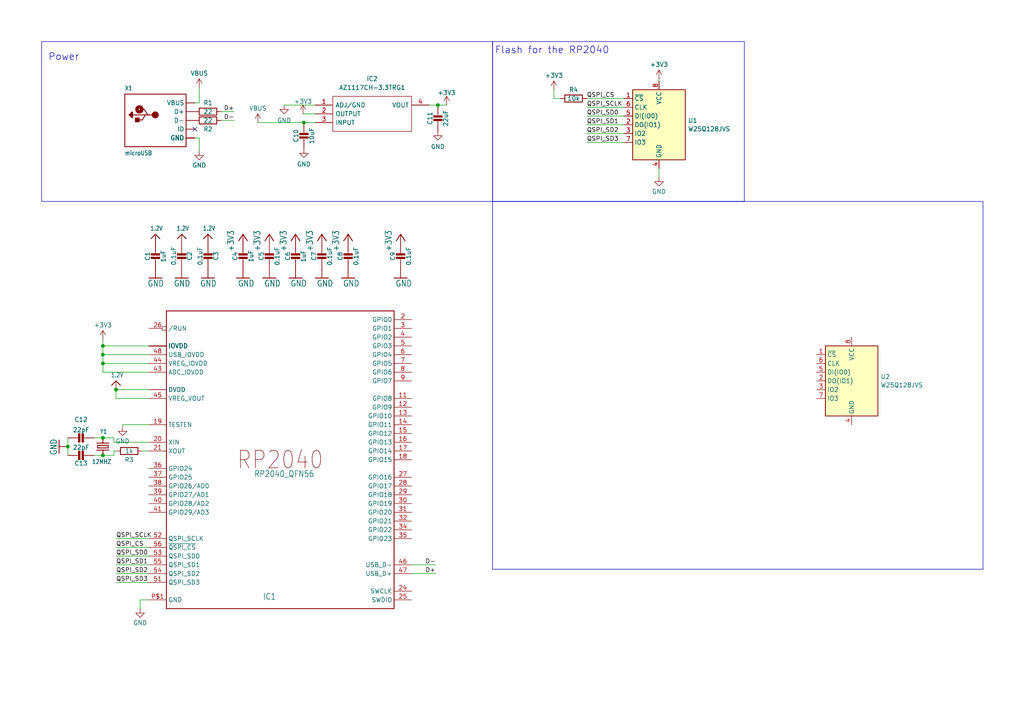
<source format=kicad_sch>
(kicad_sch (version 20230121) (generator eeschema)

  (uuid f8edefc2-0888-457d-9803-46e1c7e584b2)

  (paper "A4")

  (lib_symbols
    (symbol "AZ1117CH-3.3TRG1:AZ1117CH-3.3TRG1" (pin_names (offset 0.762)) (in_bom yes) (on_board yes)
      (property "Reference" "IC" (at 29.21 7.62 0)
        (effects (font (size 1.27 1.27)) (justify left))
      )
      (property "Value" "AZ1117CH-3.3TRG1" (at 29.21 5.08 0)
        (effects (font (size 1.27 1.27)) (justify left))
      )
      (property "Footprint" "SOT230P700X180-4N" (at 29.21 2.54 0)
        (effects (font (size 1.27 1.27)) (justify left) hide)
      )
      (property "Datasheet" "https://datasheet.datasheetarchive.com/originals/distributors/Datasheets-DGA25/1776204.pdf" (at 29.21 0 0)
        (effects (font (size 1.27 1.27)) (justify left) hide)
      )
      (property "Description" "1.35A 3.3V LDO Reg. Current Limit SOT223 DiodesZetex AZ1117CH-3.3TRG1, LDO Voltage Regulator, 0.8A, 3.3 V +/-1%, maximum of 15 Vin, 3-Pin SOT-223" (at 29.21 -2.54 0)
        (effects (font (size 1.27 1.27)) (justify left) hide)
      )
      (property "Height" "1.8" (at 29.21 -5.08 0)
        (effects (font (size 1.27 1.27)) (justify left) hide)
      )
      (property "Mouser Part Number" "621-AZ1117CH-3.3TRG1" (at 29.21 -7.62 0)
        (effects (font (size 1.27 1.27)) (justify left) hide)
      )
      (property "Mouser Price/Stock" "https://www.mouser.co.uk/ProductDetail/Diodes-Incorporated/AZ1117CH-3.3TRG1?qs=FKu9oBikfSm7ntaG6olPSQ%3D%3D" (at 29.21 -10.16 0)
        (effects (font (size 1.27 1.27)) (justify left) hide)
      )
      (property "Manufacturer_Name" "Diodes Inc." (at 29.21 -12.7 0)
        (effects (font (size 1.27 1.27)) (justify left) hide)
      )
      (property "Manufacturer_Part_Number" "AZ1117CH-3.3TRG1" (at 29.21 -15.24 0)
        (effects (font (size 1.27 1.27)) (justify left) hide)
      )
      (property "ki_description" "1.35A 3.3V LDO Reg. Current Limit SOT223 DiodesZetex AZ1117CH-3.3TRG1, LDO Voltage Regulator, 0.8A, 3.3 V +/-1%, maximum of 15 Vin, 3-Pin SOT-223" (at 0 0 0)
        (effects (font (size 1.27 1.27)) hide)
      )
      (symbol "AZ1117CH-3.3TRG1_0_0"
        (pin passive line (at 0 0 0) (length 5.08)
          (name "ADJ/GND" (effects (font (size 1.27 1.27))))
          (number "1" (effects (font (size 1.27 1.27))))
        )
        (pin passive line (at 0 -2.54 0) (length 5.08)
          (name "OUTPUT" (effects (font (size 1.27 1.27))))
          (number "2" (effects (font (size 1.27 1.27))))
        )
        (pin passive line (at 0 -5.08 0) (length 5.08)
          (name "INPUT" (effects (font (size 1.27 1.27))))
          (number "3" (effects (font (size 1.27 1.27))))
        )
        (pin passive line (at 33.02 0 180) (length 5.08)
          (name "VOUT" (effects (font (size 1.27 1.27))))
          (number "4" (effects (font (size 1.27 1.27))))
        )
      )
      (symbol "AZ1117CH-3.3TRG1_0_1"
        (polyline
          (pts
            (xy 5.08 2.54)
            (xy 27.94 2.54)
            (xy 27.94 -7.62)
            (xy 5.08 -7.62)
            (xy 5.08 2.54)
          )
          (stroke (width 0.1524) (type default))
          (fill (type none))
        )
      )
    )
    (symbol "Adafruit ItsyBitsy RP2040-eagle-import:+3V3" (power) (in_bom yes) (on_board yes)
      (property "Reference" "#+3V3" (at 0 0 0)
        (effects (font (size 1.27 1.27)) hide)
      )
      (property "Value" "+3V3" (at -2.54 -5.08 90)
        (effects (font (size 1.778 1.5113)) (justify left bottom))
      )
      (property "Footprint" "Adafruit ItsyBitsy RP2040:" (at 0 0 0)
        (effects (font (size 1.27 1.27)) hide)
      )
      (property "Datasheet" "" (at 0 0 0)
        (effects (font (size 1.27 1.27)) hide)
      )
      (property "ki_locked" "" (at 0 0 0)
        (effects (font (size 1.27 1.27)))
      )
      (symbol "+3V3_1_0"
        (polyline
          (pts
            (xy 0 0)
            (xy -1.27 -1.905)
          )
          (stroke (width 0.254) (type default))
          (fill (type none))
        )
        (polyline
          (pts
            (xy 1.27 -1.905)
            (xy 0 0)
          )
          (stroke (width 0.254) (type default))
          (fill (type none))
        )
        (pin power_in line (at 0 -2.54 90) (length 2.54)
          (name "+3V3" (effects (font (size 0 0))))
          (number "1" (effects (font (size 0 0))))
        )
      )
    )
    (symbol "Adafruit ItsyBitsy RP2040-eagle-import:1.2V" (power) (in_bom yes) (on_board yes)
      (property "Reference" "" (at 0 0 0)
        (effects (font (size 1.27 1.27)) hide)
      )
      (property "Value" "1.2V" (at -1.524 1.016 0)
        (effects (font (size 1.27 1.0795)) (justify left bottom))
      )
      (property "Footprint" "Adafruit ItsyBitsy RP2040:" (at 0 0 0)
        (effects (font (size 1.27 1.27)) hide)
      )
      (property "Datasheet" "" (at 0 0 0)
        (effects (font (size 1.27 1.27)) hide)
      )
      (property "ki_locked" "" (at 0 0 0)
        (effects (font (size 1.27 1.27)))
      )
      (symbol "1.2V_1_0"
        (polyline
          (pts
            (xy -1.27 -1.27)
            (xy 0 0)
          )
          (stroke (width 0.254) (type default))
          (fill (type none))
        )
        (polyline
          (pts
            (xy 0 0)
            (xy 1.27 -1.27)
          )
          (stroke (width 0.254) (type default))
          (fill (type none))
        )
        (pin power_in line (at 0 -2.54 90) (length 2.54)
          (name "1.2V" (effects (font (size 0 0))))
          (number "1" (effects (font (size 0 0))))
        )
      )
    )
    (symbol "Adafruit ItsyBitsy RP2040-eagle-import:CAP_CERAMIC_0402NO" (in_bom yes) (on_board yes)
      (property "Reference" "C" (at -2.29 1.25 90)
        (effects (font (size 1.27 1.27)))
      )
      (property "Value" "CAP_CERAMIC_0402NO" (at 2.3 1.25 90)
        (effects (font (size 1.27 1.27)))
      )
      (property "Footprint" "Adafruit ItsyBitsy RP2040:_0402NO" (at 0 0 0)
        (effects (font (size 1.27 1.27)) hide)
      )
      (property "Datasheet" "" (at 0 0 0)
        (effects (font (size 1.27 1.27)) hide)
      )
      (property "ki_locked" "" (at 0 0 0)
        (effects (font (size 1.27 1.27)))
      )
      (symbol "CAP_CERAMIC_0402NO_1_0"
        (rectangle (start -1.27 0.508) (end 1.27 1.016)
          (stroke (width 0) (type default))
          (fill (type outline))
        )
        (rectangle (start -1.27 1.524) (end 1.27 2.032)
          (stroke (width 0) (type default))
          (fill (type outline))
        )
        (polyline
          (pts
            (xy 0 0.762)
            (xy 0 0)
          )
          (stroke (width 0.1524) (type default))
          (fill (type none))
        )
        (polyline
          (pts
            (xy 0 2.54)
            (xy 0 1.778)
          )
          (stroke (width 0.1524) (type default))
          (fill (type none))
        )
        (pin passive line (at 0 5.08 270) (length 2.54)
          (name "1" (effects (font (size 0 0))))
          (number "1" (effects (font (size 0 0))))
        )
        (pin passive line (at 0 -2.54 90) (length 2.54)
          (name "2" (effects (font (size 0 0))))
          (number "2" (effects (font (size 0 0))))
        )
      )
    )
    (symbol "Adafruit ItsyBitsy RP2040-eagle-import:CAP_CERAMIC_0603MP" (in_bom yes) (on_board yes)
      (property "Reference" "C" (at -2.29 1.25 90)
        (effects (font (size 1.27 1.27)))
      )
      (property "Value" "CAP_CERAMIC_0603MP" (at 2.3 1.25 90)
        (effects (font (size 1.27 1.27)))
      )
      (property "Footprint" "Adafruit ItsyBitsy RP2040:_0603MP" (at 0 0 0)
        (effects (font (size 1.27 1.27)) hide)
      )
      (property "Datasheet" "" (at 0 0 0)
        (effects (font (size 1.27 1.27)) hide)
      )
      (property "ki_locked" "" (at 0 0 0)
        (effects (font (size 1.27 1.27)))
      )
      (symbol "CAP_CERAMIC_0603MP_1_0"
        (rectangle (start -1.27 0.508) (end 1.27 1.016)
          (stroke (width 0) (type default))
          (fill (type outline))
        )
        (rectangle (start -1.27 1.524) (end 1.27 2.032)
          (stroke (width 0) (type default))
          (fill (type outline))
        )
        (polyline
          (pts
            (xy 0 0.762)
            (xy 0 0)
          )
          (stroke (width 0.1524) (type default))
          (fill (type none))
        )
        (polyline
          (pts
            (xy 0 2.54)
            (xy 0 1.778)
          )
          (stroke (width 0.1524) (type default))
          (fill (type none))
        )
        (pin passive line (at 0 5.08 270) (length 2.54)
          (name "1" (effects (font (size 0 0))))
          (number "1" (effects (font (size 0 0))))
        )
        (pin passive line (at 0 -2.54 90) (length 2.54)
          (name "2" (effects (font (size 0 0))))
          (number "2" (effects (font (size 0 0))))
        )
      )
    )
    (symbol "Adafruit ItsyBitsy RP2040-eagle-import:CRYSTAL2.5X2.0" (in_bom yes) (on_board yes)
      (property "Reference" "Y" (at -2.54 2.54 0)
        (effects (font (size 1.27 1.0795)) (justify left bottom))
      )
      (property "Value" "CRYSTAL2.5X2.0" (at -2.54 -3.81 0)
        (effects (font (size 1.27 1.0795)) (justify left bottom))
      )
      (property "Footprint" "Adafruit ItsyBitsy RP2040:CRYSTAL_2.5X2" (at 0 0 0)
        (effects (font (size 1.27 1.27)) hide)
      )
      (property "Datasheet" "" (at 0 0 0)
        (effects (font (size 1.27 1.27)) hide)
      )
      (property "ki_locked" "" (at 0 0 0)
        (effects (font (size 1.27 1.27)))
      )
      (symbol "CRYSTAL2.5X2.0_1_0"
        (polyline
          (pts
            (xy -2.54 0)
            (xy -1.016 0)
          )
          (stroke (width 0.254) (type default))
          (fill (type none))
        )
        (polyline
          (pts
            (xy -1.016 0)
            (xy -1.016 -1.778)
          )
          (stroke (width 0.254) (type default))
          (fill (type none))
        )
        (polyline
          (pts
            (xy -1.016 1.778)
            (xy -1.016 0)
          )
          (stroke (width 0.254) (type default))
          (fill (type none))
        )
        (polyline
          (pts
            (xy -0.381 -1.524)
            (xy 0.381 -1.524)
          )
          (stroke (width 0.254) (type default))
          (fill (type none))
        )
        (polyline
          (pts
            (xy -0.381 1.524)
            (xy -0.381 -1.524)
          )
          (stroke (width 0.254) (type default))
          (fill (type none))
        )
        (polyline
          (pts
            (xy 0.381 -1.524)
            (xy 0.381 1.524)
          )
          (stroke (width 0.254) (type default))
          (fill (type none))
        )
        (polyline
          (pts
            (xy 0.381 1.524)
            (xy -0.381 1.524)
          )
          (stroke (width 0.254) (type default))
          (fill (type none))
        )
        (polyline
          (pts
            (xy 1.016 0)
            (xy 1.016 -1.778)
          )
          (stroke (width 0.254) (type default))
          (fill (type none))
        )
        (polyline
          (pts
            (xy 1.016 1.778)
            (xy 1.016 0)
          )
          (stroke (width 0.254) (type default))
          (fill (type none))
        )
        (polyline
          (pts
            (xy 2.54 0)
            (xy 1.016 0)
          )
          (stroke (width 0.254) (type default))
          (fill (type none))
        )
        (pin passive line (at -2.54 0 0) (length 0)
          (name "1" (effects (font (size 0 0))))
          (number "1" (effects (font (size 0 0))))
        )
        (pin passive line (at 2.54 0 180) (length 0)
          (name "2" (effects (font (size 0 0))))
          (number "3" (effects (font (size 0 0))))
        )
      )
    )
    (symbol "Adafruit ItsyBitsy RP2040-eagle-import:GND" (power) (in_bom yes) (on_board yes)
      (property "Reference" "#GND" (at 0 0 0)
        (effects (font (size 1.27 1.27)) hide)
      )
      (property "Value" "GND" (at -2.54 -2.54 0)
        (effects (font (size 1.778 1.5113)) (justify left bottom))
      )
      (property "Footprint" "Adafruit ItsyBitsy RP2040:" (at 0 0 0)
        (effects (font (size 1.27 1.27)) hide)
      )
      (property "Datasheet" "" (at 0 0 0)
        (effects (font (size 1.27 1.27)) hide)
      )
      (property "ki_locked" "" (at 0 0 0)
        (effects (font (size 1.27 1.27)))
      )
      (symbol "GND_1_0"
        (polyline
          (pts
            (xy -1.905 0)
            (xy 1.905 0)
          )
          (stroke (width 0.254) (type default))
          (fill (type none))
        )
        (pin power_in line (at 0 2.54 270) (length 2.54)
          (name "GND" (effects (font (size 0 0))))
          (number "1" (effects (font (size 0 0))))
        )
      )
    )
    (symbol "Adafruit ItsyBitsy RP2040-eagle-import:RP2040_QFN56" (in_bom yes) (on_board yes)
      (property "Reference" "IC" (at -5.08 -40.64 0)
        (effects (font (size 1.778 1.5113)) (justify left bottom))
      )
      (property "Value" "RP2040_QFN56" (at -27.94 45.72 0)
        (effects (font (size 1.778 1.5113)) (justify left bottom))
      )
      (property "Footprint" "Adafruit ItsyBitsy RP2040:QFN56_7MM_REDUCEDEPAD" (at 0 0 0)
        (effects (font (size 1.27 1.27)) hide)
      )
      (property "Datasheet" "" (at 0 0 0)
        (effects (font (size 1.27 1.27)) hide)
      )
      (property "ki_locked" "" (at 0 0 0)
        (effects (font (size 1.27 1.27)))
      )
      (symbol "RP2040_QFN56_1_0"
        (polyline
          (pts
            (xy -33.02 -43.18)
            (xy -33.02 43.18)
          )
          (stroke (width 0.254) (type default))
          (fill (type none))
        )
        (polyline
          (pts
            (xy -33.02 43.18)
            (xy 33.02 43.18)
          )
          (stroke (width 0.254) (type default))
          (fill (type none))
        )
        (polyline
          (pts
            (xy 33.02 -43.18)
            (xy -33.02 -43.18)
          )
          (stroke (width 0.254) (type default))
          (fill (type none))
        )
        (polyline
          (pts
            (xy 33.02 43.18)
            (xy 33.02 -43.18)
          )
          (stroke (width 0.254) (type default))
          (fill (type none))
        )
        (text "RP2040" (at 0 0 0)
          (effects (font (size 5.08 4.318)))
        )
        (pin power_in line (at -38.1 33.02 0) (length 5.08)
          (name "IOVDD" (effects (font (size 1.27 1.27))))
          (number "1" (effects (font (size 0 0))))
        )
        (pin power_in line (at -38.1 33.02 0) (length 5.08)
          (name "IOVDD" (effects (font (size 1.27 1.27))))
          (number "10" (effects (font (size 0 0))))
        )
        (pin bidirectional line (at 38.1 17.78 180) (length 5.08)
          (name "GPIO8" (effects (font (size 1.27 1.27))))
          (number "11" (effects (font (size 1.27 1.27))))
        )
        (pin bidirectional line (at 38.1 15.24 180) (length 5.08)
          (name "GPIO9" (effects (font (size 1.27 1.27))))
          (number "12" (effects (font (size 1.27 1.27))))
        )
        (pin bidirectional line (at 38.1 12.7 180) (length 5.08)
          (name "GPIO10" (effects (font (size 1.27 1.27))))
          (number "13" (effects (font (size 1.27 1.27))))
        )
        (pin bidirectional line (at 38.1 10.16 180) (length 5.08)
          (name "GPIO11" (effects (font (size 1.27 1.27))))
          (number "14" (effects (font (size 1.27 1.27))))
        )
        (pin bidirectional line (at 38.1 7.62 180) (length 5.08)
          (name "GPIO12" (effects (font (size 1.27 1.27))))
          (number "15" (effects (font (size 1.27 1.27))))
        )
        (pin bidirectional line (at 38.1 5.08 180) (length 5.08)
          (name "GPIO13" (effects (font (size 1.27 1.27))))
          (number "16" (effects (font (size 1.27 1.27))))
        )
        (pin bidirectional line (at 38.1 2.54 180) (length 5.08)
          (name "GPIO14" (effects (font (size 1.27 1.27))))
          (number "17" (effects (font (size 1.27 1.27))))
        )
        (pin bidirectional line (at 38.1 0 180) (length 5.08)
          (name "GPIO15" (effects (font (size 1.27 1.27))))
          (number "18" (effects (font (size 1.27 1.27))))
        )
        (pin input line (at -38.1 10.16 0) (length 5.08)
          (name "TESTEN" (effects (font (size 1.27 1.27))))
          (number "19" (effects (font (size 1.27 1.27))))
        )
        (pin bidirectional line (at 38.1 40.64 180) (length 5.08)
          (name "GPIO0" (effects (font (size 1.27 1.27))))
          (number "2" (effects (font (size 1.27 1.27))))
        )
        (pin input line (at -38.1 5.08 0) (length 5.08)
          (name "XIN" (effects (font (size 1.27 1.27))))
          (number "20" (effects (font (size 1.27 1.27))))
        )
        (pin output line (at -38.1 2.54 0) (length 5.08)
          (name "XOUT" (effects (font (size 1.27 1.27))))
          (number "21" (effects (font (size 1.27 1.27))))
        )
        (pin power_in line (at -38.1 33.02 0) (length 5.08)
          (name "IOVDD" (effects (font (size 1.27 1.27))))
          (number "22" (effects (font (size 0 0))))
        )
        (pin power_in line (at -38.1 20.32 0) (length 5.08)
          (name "DVDD" (effects (font (size 1.27 1.27))))
          (number "23" (effects (font (size 0 0))))
        )
        (pin bidirectional line (at 38.1 -38.1 180) (length 5.08)
          (name "SWCLK" (effects (font (size 1.27 1.27))))
          (number "24" (effects (font (size 1.27 1.27))))
        )
        (pin bidirectional line (at 38.1 -40.64 180) (length 5.08)
          (name "SWDIO" (effects (font (size 1.27 1.27))))
          (number "25" (effects (font (size 1.27 1.27))))
        )
        (pin bidirectional inverted (at -38.1 38.1 0) (length 5.08)
          (name "/RUN" (effects (font (size 1.27 1.27))))
          (number "26" (effects (font (size 1.27 1.27))))
        )
        (pin bidirectional line (at 38.1 -5.08 180) (length 5.08)
          (name "GPIO16" (effects (font (size 1.27 1.27))))
          (number "27" (effects (font (size 1.27 1.27))))
        )
        (pin bidirectional line (at 38.1 -7.62 180) (length 5.08)
          (name "GPIO17" (effects (font (size 1.27 1.27))))
          (number "28" (effects (font (size 1.27 1.27))))
        )
        (pin bidirectional line (at 38.1 -10.16 180) (length 5.08)
          (name "GPIO18" (effects (font (size 1.27 1.27))))
          (number "29" (effects (font (size 1.27 1.27))))
        )
        (pin bidirectional line (at 38.1 38.1 180) (length 5.08)
          (name "GPIO1" (effects (font (size 1.27 1.27))))
          (number "3" (effects (font (size 1.27 1.27))))
        )
        (pin bidirectional line (at 38.1 -12.7 180) (length 5.08)
          (name "GPIO19" (effects (font (size 1.27 1.27))))
          (number "30" (effects (font (size 1.27 1.27))))
        )
        (pin bidirectional line (at 38.1 -15.24 180) (length 5.08)
          (name "GPIO20" (effects (font (size 1.27 1.27))))
          (number "31" (effects (font (size 1.27 1.27))))
        )
        (pin bidirectional line (at 38.1 -17.78 180) (length 5.08)
          (name "GPIO21" (effects (font (size 1.27 1.27))))
          (number "32" (effects (font (size 1.27 1.27))))
        )
        (pin power_in line (at -38.1 33.02 0) (length 5.08)
          (name "IOVDD" (effects (font (size 1.27 1.27))))
          (number "33" (effects (font (size 0 0))))
        )
        (pin bidirectional line (at 38.1 -20.32 180) (length 5.08)
          (name "GPIO22" (effects (font (size 1.27 1.27))))
          (number "34" (effects (font (size 1.27 1.27))))
        )
        (pin bidirectional line (at 38.1 -22.86 180) (length 5.08)
          (name "GPIO23" (effects (font (size 1.27 1.27))))
          (number "35" (effects (font (size 1.27 1.27))))
        )
        (pin bidirectional line (at -38.1 -2.54 0) (length 5.08)
          (name "GPIO24" (effects (font (size 1.27 1.27))))
          (number "36" (effects (font (size 1.27 1.27))))
        )
        (pin bidirectional line (at -38.1 -5.08 0) (length 5.08)
          (name "GPIO25" (effects (font (size 1.27 1.27))))
          (number "37" (effects (font (size 1.27 1.27))))
        )
        (pin bidirectional line (at -38.1 -7.62 0) (length 5.08)
          (name "GPIO26/AD0" (effects (font (size 1.27 1.27))))
          (number "38" (effects (font (size 1.27 1.27))))
        )
        (pin bidirectional line (at -38.1 -10.16 0) (length 5.08)
          (name "GPIO27/AD1" (effects (font (size 1.27 1.27))))
          (number "39" (effects (font (size 1.27 1.27))))
        )
        (pin bidirectional line (at 38.1 35.56 180) (length 5.08)
          (name "GPIO2" (effects (font (size 1.27 1.27))))
          (number "4" (effects (font (size 1.27 1.27))))
        )
        (pin bidirectional line (at -38.1 -12.7 0) (length 5.08)
          (name "GPIO28/AD2" (effects (font (size 1.27 1.27))))
          (number "40" (effects (font (size 1.27 1.27))))
        )
        (pin bidirectional line (at -38.1 -15.24 0) (length 5.08)
          (name "GPIO29/AD3" (effects (font (size 1.27 1.27))))
          (number "41" (effects (font (size 1.27 1.27))))
        )
        (pin power_in line (at -38.1 33.02 0) (length 5.08)
          (name "IOVDD" (effects (font (size 1.27 1.27))))
          (number "42" (effects (font (size 0 0))))
        )
        (pin power_in line (at -38.1 25.4 0) (length 5.08)
          (name "ADC_IOVDD" (effects (font (size 1.27 1.27))))
          (number "43" (effects (font (size 1.27 1.27))))
        )
        (pin power_in line (at -38.1 27.94 0) (length 5.08)
          (name "VREG_IOVDD" (effects (font (size 1.27 1.27))))
          (number "44" (effects (font (size 1.27 1.27))))
        )
        (pin power_in line (at -38.1 17.78 0) (length 5.08)
          (name "VREG_VOUT" (effects (font (size 1.27 1.27))))
          (number "45" (effects (font (size 1.27 1.27))))
        )
        (pin bidirectional line (at 38.1 -30.48 180) (length 5.08)
          (name "USB_D-" (effects (font (size 1.27 1.27))))
          (number "46" (effects (font (size 1.27 1.27))))
        )
        (pin bidirectional line (at 38.1 -33.02 180) (length 5.08)
          (name "USB_D+" (effects (font (size 1.27 1.27))))
          (number "47" (effects (font (size 1.27 1.27))))
        )
        (pin power_in line (at -38.1 30.48 0) (length 5.08)
          (name "USB_IOVDD" (effects (font (size 1.27 1.27))))
          (number "48" (effects (font (size 1.27 1.27))))
        )
        (pin power_in line (at -38.1 33.02 0) (length 5.08)
          (name "IOVDD" (effects (font (size 1.27 1.27))))
          (number "49" (effects (font (size 0 0))))
        )
        (pin bidirectional line (at 38.1 33.02 180) (length 5.08)
          (name "GPIO3" (effects (font (size 1.27 1.27))))
          (number "5" (effects (font (size 1.27 1.27))))
        )
        (pin power_in line (at -38.1 20.32 0) (length 5.08)
          (name "DVDD" (effects (font (size 1.27 1.27))))
          (number "50" (effects (font (size 0 0))))
        )
        (pin bidirectional line (at -38.1 -35.56 0) (length 5.08)
          (name "QSPI_SD3" (effects (font (size 1.27 1.27))))
          (number "51" (effects (font (size 1.27 1.27))))
        )
        (pin bidirectional line (at -38.1 -22.86 0) (length 5.08)
          (name "QSPI_SCLK" (effects (font (size 1.27 1.27))))
          (number "52" (effects (font (size 1.27 1.27))))
        )
        (pin bidirectional line (at -38.1 -27.94 0) (length 5.08)
          (name "QSPI_SD0" (effects (font (size 1.27 1.27))))
          (number "53" (effects (font (size 1.27 1.27))))
        )
        (pin bidirectional line (at -38.1 -33.02 0) (length 5.08)
          (name "QSPI_SD2" (effects (font (size 1.27 1.27))))
          (number "54" (effects (font (size 1.27 1.27))))
        )
        (pin bidirectional line (at -38.1 -30.48 0) (length 5.08)
          (name "QSPI_SD1" (effects (font (size 1.27 1.27))))
          (number "55" (effects (font (size 1.27 1.27))))
        )
        (pin bidirectional line (at -38.1 -25.4 0) (length 5.08)
          (name "~{QSPI_CS}" (effects (font (size 1.27 1.27))))
          (number "56" (effects (font (size 1.27 1.27))))
        )
        (pin bidirectional line (at 38.1 30.48 180) (length 5.08)
          (name "GPIO4" (effects (font (size 1.27 1.27))))
          (number "6" (effects (font (size 1.27 1.27))))
        )
        (pin bidirectional line (at 38.1 27.94 180) (length 5.08)
          (name "GPIO5" (effects (font (size 1.27 1.27))))
          (number "7" (effects (font (size 1.27 1.27))))
        )
        (pin bidirectional line (at 38.1 25.4 180) (length 5.08)
          (name "GPIO6" (effects (font (size 1.27 1.27))))
          (number "8" (effects (font (size 1.27 1.27))))
        )
        (pin bidirectional line (at 38.1 22.86 180) (length 5.08)
          (name "GPIO7" (effects (font (size 1.27 1.27))))
          (number "9" (effects (font (size 1.27 1.27))))
        )
        (pin power_in line (at -38.1 -40.64 0) (length 5.08)
          (name "GND" (effects (font (size 1.27 1.27))))
          (number "P$1" (effects (font (size 1.27 1.27))))
        )
      )
    )
    (symbol "Adafruit ItsyBitsy RP2040-eagle-import:USB_MICRO_NARROW" (in_bom yes) (on_board yes)
      (property "Reference" "X" (at -10.16 8.636 0)
        (effects (font (size 1.27 1.0795)) (justify left bottom))
      )
      (property "Value" "USB_MICRO_NARROW" (at -10.16 -10.16 0)
        (effects (font (size 1.27 1.0795)) (justify left bottom))
      )
      (property "Footprint" "Adafruit ItsyBitsy RP2040:4UCONN_20329_NARROW" (at 0 0 0)
        (effects (font (size 1.27 1.27)) hide)
      )
      (property "Datasheet" "" (at 0 0 0)
        (effects (font (size 1.27 1.27)) hide)
      )
      (property "ki_locked" "" (at 0 0 0)
        (effects (font (size 1.27 1.27)))
      )
      (symbol "USB_MICRO_NARROW_1_0"
        (rectangle (start -7.12 -0.45) (end -5.92 0.75)
          (stroke (width 0) (type default))
          (fill (type outline))
        )
        (circle (center -5.92 3.2) (radius 0.2)
          (stroke (width 1) (type default))
          (fill (type none))
        )
        (circle (center -1.32 1.6) (radius 0.5)
          (stroke (width 1) (type default))
          (fill (type none))
        )
        (polyline
          (pts
            (xy -10.2 7.62)
            (xy -10.16 7.62)
          )
          (stroke (width 0.254) (type default))
          (fill (type none))
        )
        (polyline
          (pts
            (xy -10.16 -7.62)
            (xy 7.62 -7.62)
          )
          (stroke (width 0.254) (type default))
          (fill (type none))
        )
        (polyline
          (pts
            (xy -10.16 7.62)
            (xy -10.16 -7.62)
          )
          (stroke (width 0.254) (type default))
          (fill (type none))
        )
        (polyline
          (pts
            (xy -10.16 7.62)
            (xy 7.62 7.62)
          )
          (stroke (width 0.254) (type default))
          (fill (type none))
        )
        (polyline
          (pts
            (xy -8.92 1.6)
            (xy -8.12 2.4)
          )
          (stroke (width 0.254) (type default))
          (fill (type none))
        )
        (polyline
          (pts
            (xy -8.52 1.4)
            (xy -8.32 1.2)
          )
          (stroke (width 0.254) (type default))
          (fill (type none))
        )
        (polyline
          (pts
            (xy -8.52 1.6)
            (xy -8.52 1.4)
          )
          (stroke (width 0.254) (type default))
          (fill (type none))
        )
        (polyline
          (pts
            (xy -8.32 1.2)
            (xy -8.32 2)
          )
          (stroke (width 0.254) (type default))
          (fill (type none))
        )
        (polyline
          (pts
            (xy -8.32 2)
            (xy -8.72 1.6)
          )
          (stroke (width 0.254) (type default))
          (fill (type none))
        )
        (polyline
          (pts
            (xy -8.12 0.8)
            (xy -8.92 1.6)
          )
          (stroke (width 0.254) (type default))
          (fill (type none))
        )
        (polyline
          (pts
            (xy -8.12 1)
            (xy -8.12 2.4)
          )
          (stroke (width 0.254) (type default))
          (fill (type none))
        )
        (polyline
          (pts
            (xy -8.12 2.4)
            (xy -7.92 2.4)
          )
          (stroke (width 0.254) (type default))
          (fill (type none))
        )
        (polyline
          (pts
            (xy -7.92 0.8)
            (xy -8.12 0.8)
          )
          (stroke (width 0.254) (type default))
          (fill (type none))
        )
        (polyline
          (pts
            (xy -7.92 1.6)
            (xy -7.92 0.8)
          )
          (stroke (width 0.254) (type default))
          (fill (type none))
        )
        (polyline
          (pts
            (xy -7.92 2.4)
            (xy -7.92 1.6)
          )
          (stroke (width 0.254) (type default))
          (fill (type none))
        )
        (polyline
          (pts
            (xy -6.27 0.15)
            (xy -5.07 0.15)
          )
          (stroke (width 0.254) (type default))
          (fill (type none))
        )
        (polyline
          (pts
            (xy -5.52 3.2)
            (xy -4.52 3.2)
          )
          (stroke (width 0.254) (type default))
          (fill (type none))
        )
        (polyline
          (pts
            (xy -5.07 0.15)
            (xy -4.22 1.6)
          )
          (stroke (width 0.254) (type default))
          (fill (type none))
        )
        (polyline
          (pts
            (xy -4.52 3.2)
            (xy -3.47 1.6)
          )
          (stroke (width 0.254) (type default))
          (fill (type none))
        )
        (polyline
          (pts
            (xy -4.22 1.6)
            (xy -7.92 1.6)
          )
          (stroke (width 0.254) (type default))
          (fill (type none))
        )
        (polyline
          (pts
            (xy -3.47 1.6)
            (xy -4.22 1.6)
          )
          (stroke (width 0.254) (type default))
          (fill (type none))
        )
        (polyline
          (pts
            (xy -1.32 1.6)
            (xy -3.47 1.6)
          )
          (stroke (width 0.254) (type default))
          (fill (type none))
        )
        (polyline
          (pts
            (xy 7.62 7.62)
            (xy 7.62 -7.62)
          )
          (stroke (width 0.254) (type default))
          (fill (type none))
        )
        (pin power_in line (at 10.16 -5.08 180) (length 2.54)
          (name "GND" (effects (font (size 1.27 1.27))))
          (number "BASE@1" (effects (font (size 0 0))))
        )
        (pin power_in line (at 10.16 -5.08 180) (length 2.54)
          (name "GND" (effects (font (size 1.27 1.27))))
          (number "BASE@2" (effects (font (size 0 0))))
        )
        (pin bidirectional line (at 10.16 2.54 180) (length 2.54)
          (name "D+" (effects (font (size 1.27 1.27))))
          (number "D+" (effects (font (size 0 0))))
        )
        (pin bidirectional line (at 10.16 0 180) (length 2.54)
          (name "D-" (effects (font (size 1.27 1.27))))
          (number "D-" (effects (font (size 0 0))))
        )
        (pin power_in line (at 10.16 -5.08 180) (length 2.54)
          (name "GND" (effects (font (size 1.27 1.27))))
          (number "GND" (effects (font (size 0 0))))
        )
        (pin bidirectional line (at 10.16 -2.54 180) (length 2.54)
          (name "ID" (effects (font (size 1.27 1.27))))
          (number "ID" (effects (font (size 0 0))))
        )
        (pin power_in line (at 10.16 -5.08 180) (length 2.54)
          (name "GND" (effects (font (size 1.27 1.27))))
          (number "SPRT@1" (effects (font (size 0 0))))
        )
        (pin power_in line (at 10.16 -5.08 180) (length 2.54)
          (name "GND" (effects (font (size 1.27 1.27))))
          (number "SPRT@2" (effects (font (size 0 0))))
        )
        (pin power_in line (at 10.16 -5.08 180) (length 2.54)
          (name "GND" (effects (font (size 1.27 1.27))))
          (number "SPRT@3" (effects (font (size 0 0))))
        )
        (pin power_in line (at 10.16 -5.08 180) (length 2.54)
          (name "GND" (effects (font (size 1.27 1.27))))
          (number "SPRT@4" (effects (font (size 0 0))))
        )
        (pin power_in line (at 10.16 5.08 180) (length 2.54)
          (name "VBUS" (effects (font (size 1.27 1.27))))
          (number "VBUS" (effects (font (size 0 0))))
        )
      )
    )
    (symbol "Device:R" (pin_numbers hide) (pin_names (offset 0)) (in_bom yes) (on_board yes)
      (property "Reference" "R" (at 2.032 0 90)
        (effects (font (size 1.27 1.27)))
      )
      (property "Value" "R" (at 0 0 90)
        (effects (font (size 1.27 1.27)))
      )
      (property "Footprint" "" (at -1.778 0 90)
        (effects (font (size 1.27 1.27)) hide)
      )
      (property "Datasheet" "~" (at 0 0 0)
        (effects (font (size 1.27 1.27)) hide)
      )
      (property "ki_keywords" "R res resistor" (at 0 0 0)
        (effects (font (size 1.27 1.27)) hide)
      )
      (property "ki_description" "Resistor" (at 0 0 0)
        (effects (font (size 1.27 1.27)) hide)
      )
      (property "ki_fp_filters" "R_*" (at 0 0 0)
        (effects (font (size 1.27 1.27)) hide)
      )
      (symbol "R_0_1"
        (rectangle (start -1.016 -2.54) (end 1.016 2.54)
          (stroke (width 0.254) (type default))
          (fill (type none))
        )
      )
      (symbol "R_1_1"
        (pin passive line (at 0 3.81 270) (length 1.27)
          (name "~" (effects (font (size 1.27 1.27))))
          (number "1" (effects (font (size 1.27 1.27))))
        )
        (pin passive line (at 0 -3.81 90) (length 1.27)
          (name "~" (effects (font (size 1.27 1.27))))
          (number "2" (effects (font (size 1.27 1.27))))
        )
      )
    )
    (symbol "Memory_Flash:W25Q128JVS" (in_bom yes) (on_board yes)
      (property "Reference" "U" (at -8.89 8.89 0)
        (effects (font (size 1.27 1.27)))
      )
      (property "Value" "W25Q128JVS" (at 7.62 8.89 0)
        (effects (font (size 1.27 1.27)))
      )
      (property "Footprint" "Package_SO:SOIC-8_5.23x5.23mm_P1.27mm" (at 0 0 0)
        (effects (font (size 1.27 1.27)) hide)
      )
      (property "Datasheet" "http://www.winbond.com/resource-files/w25q128jv_dtr%20revc%2003272018%20plus.pdf" (at 0 0 0)
        (effects (font (size 1.27 1.27)) hide)
      )
      (property "ki_keywords" "flash memory SPI QPI DTR" (at 0 0 0)
        (effects (font (size 1.27 1.27)) hide)
      )
      (property "ki_description" "128Mb Serial Flash Memory, Standard/Dual/Quad SPI, SOIC-8" (at 0 0 0)
        (effects (font (size 1.27 1.27)) hide)
      )
      (property "ki_fp_filters" "SOIC*5.23x5.23mm*P1.27mm*" (at 0 0 0)
        (effects (font (size 1.27 1.27)) hide)
      )
      (symbol "W25Q128JVS_0_1"
        (rectangle (start -7.62 10.16) (end 7.62 -10.16)
          (stroke (width 0.254) (type default))
          (fill (type background))
        )
      )
      (symbol "W25Q128JVS_1_1"
        (pin input line (at -10.16 7.62 0) (length 2.54)
          (name "~{CS}" (effects (font (size 1.27 1.27))))
          (number "1" (effects (font (size 1.27 1.27))))
        )
        (pin bidirectional line (at -10.16 0 0) (length 2.54)
          (name "DO(IO1)" (effects (font (size 1.27 1.27))))
          (number "2" (effects (font (size 1.27 1.27))))
        )
        (pin bidirectional line (at -10.16 -2.54 0) (length 2.54)
          (name "IO2" (effects (font (size 1.27 1.27))))
          (number "3" (effects (font (size 1.27 1.27))))
        )
        (pin power_in line (at 0 -12.7 90) (length 2.54)
          (name "GND" (effects (font (size 1.27 1.27))))
          (number "4" (effects (font (size 1.27 1.27))))
        )
        (pin bidirectional line (at -10.16 2.54 0) (length 2.54)
          (name "DI(IO0)" (effects (font (size 1.27 1.27))))
          (number "5" (effects (font (size 1.27 1.27))))
        )
        (pin input line (at -10.16 5.08 0) (length 2.54)
          (name "CLK" (effects (font (size 1.27 1.27))))
          (number "6" (effects (font (size 1.27 1.27))))
        )
        (pin bidirectional line (at -10.16 -5.08 0) (length 2.54)
          (name "IO3" (effects (font (size 1.27 1.27))))
          (number "7" (effects (font (size 1.27 1.27))))
        )
        (pin power_in line (at 0 12.7 270) (length 2.54)
          (name "VCC" (effects (font (size 1.27 1.27))))
          (number "8" (effects (font (size 1.27 1.27))))
        )
      )
    )
    (symbol "power:+3V3" (power) (pin_names (offset 0)) (in_bom yes) (on_board yes)
      (property "Reference" "#PWR" (at 0 -3.81 0)
        (effects (font (size 1.27 1.27)) hide)
      )
      (property "Value" "+3V3" (at 0 3.556 0)
        (effects (font (size 1.27 1.27)))
      )
      (property "Footprint" "" (at 0 0 0)
        (effects (font (size 1.27 1.27)) hide)
      )
      (property "Datasheet" "" (at 0 0 0)
        (effects (font (size 1.27 1.27)) hide)
      )
      (property "ki_keywords" "global power" (at 0 0 0)
        (effects (font (size 1.27 1.27)) hide)
      )
      (property "ki_description" "Power symbol creates a global label with name \"+3V3\"" (at 0 0 0)
        (effects (font (size 1.27 1.27)) hide)
      )
      (symbol "+3V3_0_1"
        (polyline
          (pts
            (xy -0.762 1.27)
            (xy 0 2.54)
          )
          (stroke (width 0) (type default))
          (fill (type none))
        )
        (polyline
          (pts
            (xy 0 0)
            (xy 0 2.54)
          )
          (stroke (width 0) (type default))
          (fill (type none))
        )
        (polyline
          (pts
            (xy 0 2.54)
            (xy 0.762 1.27)
          )
          (stroke (width 0) (type default))
          (fill (type none))
        )
      )
      (symbol "+3V3_1_1"
        (pin power_in line (at 0 0 90) (length 0) hide
          (name "+3V3" (effects (font (size 1.27 1.27))))
          (number "1" (effects (font (size 1.27 1.27))))
        )
      )
    )
    (symbol "power:GND" (power) (pin_names (offset 0)) (in_bom yes) (on_board yes)
      (property "Reference" "#PWR" (at 0 -6.35 0)
        (effects (font (size 1.27 1.27)) hide)
      )
      (property "Value" "GND" (at 0 -3.81 0)
        (effects (font (size 1.27 1.27)))
      )
      (property "Footprint" "" (at 0 0 0)
        (effects (font (size 1.27 1.27)) hide)
      )
      (property "Datasheet" "" (at 0 0 0)
        (effects (font (size 1.27 1.27)) hide)
      )
      (property "ki_keywords" "global power" (at 0 0 0)
        (effects (font (size 1.27 1.27)) hide)
      )
      (property "ki_description" "Power symbol creates a global label with name \"GND\" , ground" (at 0 0 0)
        (effects (font (size 1.27 1.27)) hide)
      )
      (symbol "GND_0_1"
        (polyline
          (pts
            (xy 0 0)
            (xy 0 -1.27)
            (xy 1.27 -1.27)
            (xy 0 -2.54)
            (xy -1.27 -1.27)
            (xy 0 -1.27)
          )
          (stroke (width 0) (type default))
          (fill (type none))
        )
      )
      (symbol "GND_1_1"
        (pin power_in line (at 0 0 270) (length 0) hide
          (name "GND" (effects (font (size 1.27 1.27))))
          (number "1" (effects (font (size 1.27 1.27))))
        )
      )
    )
    (symbol "power:VBUS" (power) (pin_names (offset 0)) (in_bom yes) (on_board yes)
      (property "Reference" "#PWR" (at 0 -3.81 0)
        (effects (font (size 1.27 1.27)) hide)
      )
      (property "Value" "VBUS" (at 0 3.81 0)
        (effects (font (size 1.27 1.27)))
      )
      (property "Footprint" "" (at 0 0 0)
        (effects (font (size 1.27 1.27)) hide)
      )
      (property "Datasheet" "" (at 0 0 0)
        (effects (font (size 1.27 1.27)) hide)
      )
      (property "ki_keywords" "global power" (at 0 0 0)
        (effects (font (size 1.27 1.27)) hide)
      )
      (property "ki_description" "Power symbol creates a global label with name \"VBUS\"" (at 0 0 0)
        (effects (font (size 1.27 1.27)) hide)
      )
      (symbol "VBUS_0_1"
        (polyline
          (pts
            (xy -0.762 1.27)
            (xy 0 2.54)
          )
          (stroke (width 0) (type default))
          (fill (type none))
        )
        (polyline
          (pts
            (xy 0 0)
            (xy 0 2.54)
          )
          (stroke (width 0) (type default))
          (fill (type none))
        )
        (polyline
          (pts
            (xy 0 2.54)
            (xy 0.762 1.27)
          )
          (stroke (width 0) (type default))
          (fill (type none))
        )
      )
      (symbol "VBUS_1_1"
        (pin power_in line (at 0 0 90) (length 0) hide
          (name "VBUS" (effects (font (size 1.27 1.27))))
          (number "1" (effects (font (size 1.27 1.27))))
        )
      )
    )
  )

  (junction (at 29.845 102.87) (diameter 0) (color 0 0 0 0)
    (uuid 06f791e6-0a1e-4dfc-ad74-c4aa106b39d2)
  )
  (junction (at 33.655 113.03) (diameter 0) (color 0 0 0 0)
    (uuid 0a36d377-8604-4544-9bbd-56ac27dae16d)
  )
  (junction (at 19.685 129.54) (diameter 0) (color 0 0 0 0)
    (uuid 1cc6497f-de5e-4c27-84df-337831b2c416)
  )
  (junction (at 29.845 127) (diameter 0) (color 0 0 0 0)
    (uuid 6427eacb-a9af-42ef-9b51-ca65f29c11f7)
  )
  (junction (at 29.845 132.08) (diameter 0) (color 0 0 0 0)
    (uuid 7573b815-286d-4d32-8ba7-06f5ff05a31f)
  )
  (junction (at 127 30.48) (diameter 0) (color 0 0 0 0)
    (uuid 7fa629ea-c009-49dd-8aa8-dac335bd6396)
  )
  (junction (at 88.138 35.56) (diameter 0) (color 0 0 0 0)
    (uuid b6a083f3-38fb-4599-b88b-cf17b720b87e)
  )
  (junction (at 29.845 100.33) (diameter 0) (color 0 0 0 0)
    (uuid cbae6f40-cf80-4352-b145-283aaa0e0243)
  )
  (junction (at 29.845 105.41) (diameter 0) (color 0 0 0 0)
    (uuid da0f7dc6-2d02-452d-b7c2-85c027dafe8b)
  )

  (no_connect (at 56.515 37.465) (uuid 8222a8fb-912c-4598-9779-50040fe5febe))

  (wire (pts (xy 160.655 26.035) (xy 160.655 28.575))
    (stroke (width 0) (type default))
    (uuid 0e89488a-b253-4a95-9771-3e954af5a9d8)
  )
  (wire (pts (xy 56.515 40.005) (xy 57.785 40.005))
    (stroke (width 0) (type default))
    (uuid 120ffbce-56b5-4e7e-b3d8-d0628bf9cb76)
  )
  (wire (pts (xy 64.135 32.385) (xy 67.945 32.385))
    (stroke (width 0) (type default))
    (uuid 21a7a60a-aca8-4e61-bb49-703875ec5794)
  )
  (wire (pts (xy 43.18 173.99) (xy 40.64 173.99))
    (stroke (width 0) (type default))
    (uuid 222d3e6b-e350-439e-a142-15410c72e988)
  )
  (wire (pts (xy 40.64 173.99) (xy 40.64 176.53))
    (stroke (width 0) (type default))
    (uuid 2cf77c01-a7c2-413a-9223-5f1620d3319a)
  )
  (wire (pts (xy 33.02 130.81) (xy 33.655 130.81))
    (stroke (width 0) (type default))
    (uuid 2e1b259d-98a7-4429-ad47-22f95eb19e31)
  )
  (wire (pts (xy 27.305 127) (xy 29.845 127))
    (stroke (width 0) (type default))
    (uuid 326cc643-9231-4421-ba12-0202c1d501bf)
  )
  (wire (pts (xy 119.38 163.83) (xy 126.365 163.83))
    (stroke (width 0) (type default))
    (uuid 3b41441e-8715-472b-99a9-c73ce507fc15)
  )
  (wire (pts (xy 119.38 166.37) (xy 126.365 166.37))
    (stroke (width 0) (type default))
    (uuid 44ab30d5-440f-44d7-b4fe-fce947028dfa)
  )
  (wire (pts (xy 191.135 48.895) (xy 191.135 51.435))
    (stroke (width 0) (type default))
    (uuid 44ca28cd-0c5c-44c1-8344-e4c4e1b4be5e)
  )
  (wire (pts (xy 27.305 132.08) (xy 29.845 132.08))
    (stroke (width 0) (type default))
    (uuid 47653bf3-4730-4894-9537-df4fa744ef3a)
  )
  (wire (pts (xy 33.655 168.91) (xy 43.18 168.91))
    (stroke (width 0) (type default))
    (uuid 4c6f911d-ba1d-4f26-bbe0-3ef12e97d3ef)
  )
  (wire (pts (xy 29.845 102.87) (xy 29.845 105.41))
    (stroke (width 0) (type default))
    (uuid 52d51ae3-1250-45fb-822f-6f56c2c859c3)
  )
  (wire (pts (xy 170.18 28.575) (xy 180.975 28.575))
    (stroke (width 0) (type default))
    (uuid 53af0d87-7659-4f49-b22b-6f95bf9d3615)
  )
  (wire (pts (xy 19.685 132.08) (xy 19.685 129.54))
    (stroke (width 0) (type default))
    (uuid 55534f1f-db5e-4e71-a805-a8686b007299)
  )
  (wire (pts (xy 33.02 127) (xy 29.845 127))
    (stroke (width 0) (type default))
    (uuid 58536af9-ff60-4d54-a095-f58c1f8a4bc9)
  )
  (wire (pts (xy 162.56 28.575) (xy 160.655 28.575))
    (stroke (width 0) (type default))
    (uuid 5870627a-5ee4-4b51-99a4-a9f516a94985)
  )
  (wire (pts (xy 33.655 115.57) (xy 33.655 113.03))
    (stroke (width 0) (type default))
    (uuid 5e287107-2a91-4310-af87-e58eac7a487b)
  )
  (wire (pts (xy 64.135 34.925) (xy 67.945 34.925))
    (stroke (width 0) (type default))
    (uuid 6436ae38-aa88-4f73-85b6-4697b648ae0b)
  )
  (wire (pts (xy 33.655 158.75) (xy 43.18 158.75))
    (stroke (width 0) (type default))
    (uuid 66a44c46-8c06-419f-97bd-47ed3848ee06)
  )
  (wire (pts (xy 43.18 105.41) (xy 29.845 105.41))
    (stroke (width 0) (type default))
    (uuid 68874e66-941d-46d9-81d3-8bb85f93ba0d)
  )
  (wire (pts (xy 74.803 35.56) (xy 88.138 35.56))
    (stroke (width 0) (type default))
    (uuid 745d4a1b-d13c-453c-8b42-3cadcc949970)
  )
  (wire (pts (xy 170.18 31.115) (xy 180.975 31.115))
    (stroke (width 0) (type default))
    (uuid 76ae7da6-9e05-43cf-9afb-b349ad6c6bb9)
  )
  (wire (pts (xy 82.423 30.48) (xy 91.44 30.48))
    (stroke (width 0) (type default))
    (uuid 7da65aaa-0fbb-43b1-844c-f1c5565d6831)
  )
  (wire (pts (xy 43.18 100.33) (xy 29.845 100.33))
    (stroke (width 0) (type default))
    (uuid 829e1166-1a55-4a25-8353-58455194fe6a)
  )
  (wire (pts (xy 43.18 123.19) (xy 35.56 123.19))
    (stroke (width 0) (type default))
    (uuid 82f6cddc-361f-4459-ab51-7d7380039728)
  )
  (wire (pts (xy 33.655 113.03) (xy 43.18 113.03))
    (stroke (width 0) (type default))
    (uuid 841d712c-d793-4a71-b556-fc15456264c1)
  )
  (wire (pts (xy 129.54 30.48) (xy 127 30.48))
    (stroke (width 0) (type default))
    (uuid 8aeece54-c873-4978-b758-46bfe3448fa4)
  )
  (wire (pts (xy 191.135 22.86) (xy 191.135 23.495))
    (stroke (width 0) (type default))
    (uuid 8b96c3b4-1e0d-4572-9d1d-3f6464cba8b2)
  )
  (wire (pts (xy 57.785 40.005) (xy 57.785 43.815))
    (stroke (width 0) (type default))
    (uuid 90f84c94-aab9-4af9-b900-afec56718713)
  )
  (wire (pts (xy 127 30.48) (xy 124.46 30.48))
    (stroke (width 0) (type default))
    (uuid 912c8abd-0588-48d2-b214-5b323066c5db)
  )
  (wire (pts (xy 19.685 129.54) (xy 19.685 127))
    (stroke (width 0) (type default))
    (uuid 95b60342-36fe-4bf3-9e5b-a5c30a9edc8f)
  )
  (wire (pts (xy 170.18 36.195) (xy 180.975 36.195))
    (stroke (width 0) (type default))
    (uuid 96838395-f55e-4f36-92dd-d1fb0da555fa)
  )
  (wire (pts (xy 33.655 156.21) (xy 43.18 156.21))
    (stroke (width 0) (type default))
    (uuid 97290aa2-09b3-4ece-b02d-dd801065ee10)
  )
  (wire (pts (xy 43.18 107.95) (xy 29.845 107.95))
    (stroke (width 0) (type default))
    (uuid 99557d65-701c-492c-a38a-6ca4086693a9)
  )
  (wire (pts (xy 35.56 123.19) (xy 35.56 123.825))
    (stroke (width 0) (type default))
    (uuid a169cfc0-ac5c-44a9-ab88-6c7498c5e6b7)
  )
  (wire (pts (xy 33.02 130.81) (xy 33.02 132.08))
    (stroke (width 0) (type default))
    (uuid a2d14393-ebd0-490e-9d05-a9d92ae0ffcb)
  )
  (wire (pts (xy 56.515 29.845) (xy 57.785 29.845))
    (stroke (width 0) (type default))
    (uuid a3b8a5bb-148c-4a90-8097-14b692c38d3e)
  )
  (wire (pts (xy 170.18 38.735) (xy 180.975 38.735))
    (stroke (width 0) (type default))
    (uuid a76fcb31-17d0-49bf-8fa6-ed8168522a28)
  )
  (wire (pts (xy 29.845 100.33) (xy 29.845 102.87))
    (stroke (width 0) (type default))
    (uuid ac746f11-6942-4000-9f77-e0e6b7ef94f0)
  )
  (wire (pts (xy 87.884 33.02) (xy 91.44 33.02))
    (stroke (width 0) (type default))
    (uuid b6a46750-74b2-4714-93f8-6092fd87a531)
  )
  (wire (pts (xy 170.18 33.655) (xy 180.975 33.655))
    (stroke (width 0) (type default))
    (uuid bd307638-3db8-420b-80c4-25489266576c)
  )
  (wire (pts (xy 33.02 132.08) (xy 29.845 132.08))
    (stroke (width 0) (type default))
    (uuid bed49a37-0f0f-4ff8-acb1-14f8fe52ea35)
  )
  (wire (pts (xy 170.18 41.275) (xy 180.975 41.275))
    (stroke (width 0) (type default))
    (uuid c080608b-762a-43fc-bbe7-9074fc27be25)
  )
  (wire (pts (xy 33.02 128.27) (xy 33.02 127))
    (stroke (width 0) (type default))
    (uuid c5496775-b932-44a7-8b96-31ca67aef53d)
  )
  (wire (pts (xy 33.655 166.37) (xy 43.18 166.37))
    (stroke (width 0) (type default))
    (uuid cd23075f-8990-4cfb-8194-63176103527d)
  )
  (wire (pts (xy 88.138 35.56) (xy 91.44 35.56))
    (stroke (width 0) (type default))
    (uuid d0645ad8-c233-48d0-969a-6c31158d3d22)
  )
  (wire (pts (xy 57.785 25.4) (xy 57.785 29.845))
    (stroke (width 0) (type default))
    (uuid d7431511-c82a-4ecb-a09c-337d8c72ab89)
  )
  (wire (pts (xy 33.02 128.27) (xy 43.18 128.27))
    (stroke (width 0) (type default))
    (uuid e404c044-59e7-457d-bf87-9f1db9477ab8)
  )
  (wire (pts (xy 33.655 163.83) (xy 43.18 163.83))
    (stroke (width 0) (type default))
    (uuid e8db76f7-7b9c-44bc-8e4f-bc9646195308)
  )
  (wire (pts (xy 29.845 105.41) (xy 29.845 107.95))
    (stroke (width 0) (type default))
    (uuid f4d85f7c-fe5c-49d9-b9b6-cadd97c113f8)
  )
  (wire (pts (xy 33.655 161.29) (xy 43.18 161.29))
    (stroke (width 0) (type default))
    (uuid f656b862-e142-4005-9eb8-42d2bdc3d8bc)
  )
  (wire (pts (xy 41.275 130.81) (xy 43.18 130.81))
    (stroke (width 0) (type default))
    (uuid fa610d71-018b-4d16-a999-067b03a00e76)
  )
  (wire (pts (xy 29.845 98.425) (xy 29.845 100.33))
    (stroke (width 0) (type default))
    (uuid fbb662c4-1b7b-408f-9a9f-7db712534951)
  )
  (wire (pts (xy 29.845 102.87) (xy 43.18 102.87))
    (stroke (width 0) (type default))
    (uuid fe32acd6-4ab9-41cc-ab68-7c43530fff80)
  )
  (wire (pts (xy 43.18 115.57) (xy 33.655 115.57))
    (stroke (width 0) (type default))
    (uuid fffa050a-e9fe-49f7-90c2-865c6829410e)
  )

  (rectangle (start 142.875 12.065) (end 215.9 58.42)
    (stroke (width 0) (type default))
    (fill (type none))
    (uuid 0b0952a5-c4db-43e9-8635-93aa92f3a17a)
  )
  (rectangle (start 12.065 12.065) (end 142.875 58.42)
    (stroke (width 0) (type default))
    (fill (type none))
    (uuid 6c1aba6e-c137-44e8-b498-e626575b9812)
  )
  (rectangle (start 142.875 58.42) (end 285.115 165.1)
    (stroke (width 0) (type default))
    (fill (type none))
    (uuid f29576a6-17a0-4375-9425-576bc2e6ae07)
  )

  (text "Flash for the RP2040\n\n" (at 143.51 19.05 0)
    (effects (font (size 2 2)) (justify left bottom))
    (uuid 7643df17-9fd4-4119-aa3c-079dfa17c44d)
  )
  (text "Power\n" (at 13.97 17.78 0)
    (effects (font (size 2 2)) (justify left bottom))
    (uuid 99c21d32-ff49-4205-beea-98c925b56e30)
  )

  (label "QSPI_CS" (at 33.655 158.75 0) (fields_autoplaced)
    (effects (font (size 1.27 1.27)) (justify left bottom))
    (uuid 0e4061f5-3aab-4e1f-ad81-39f561e27121)
  )
  (label "QSPI_SD3" (at 170.18 41.275 0) (fields_autoplaced)
    (effects (font (size 1.27 1.27)) (justify left bottom))
    (uuid 0f1fc2db-8db8-461a-8d14-50d5e0c34900)
  )
  (label "D-" (at 126.365 163.83 180) (fields_autoplaced)
    (effects (font (size 1.27 1.27)) (justify right bottom))
    (uuid 23837d27-951a-481b-aa67-7a88ff1a8a75)
  )
  (label "QSPI_SD1" (at 33.655 163.83 0) (fields_autoplaced)
    (effects (font (size 1.27 1.27)) (justify left bottom))
    (uuid 49fffe85-3d68-4010-8541-c56ca4a3bf70)
  )
  (label "QSPI_SD0" (at 33.655 161.29 0) (fields_autoplaced)
    (effects (font (size 1.27 1.27)) (justify left bottom))
    (uuid 5a177f45-0c6b-43d5-8050-11260eaa8a33)
  )
  (label "D-" (at 67.945 34.925 180) (fields_autoplaced)
    (effects (font (size 1.27 1.27)) (justify right bottom))
    (uuid 5f4c81d0-2927-43e8-a013-b8057b9ba44d)
  )
  (label "D+" (at 126.365 166.37 180) (fields_autoplaced)
    (effects (font (size 1.27 1.27)) (justify right bottom))
    (uuid 6a86cf38-08ae-4d42-883f-9d1e0c489f1a)
  )
  (label "QSPI_SD3" (at 33.655 168.91 0) (fields_autoplaced)
    (effects (font (size 1.27 1.27)) (justify left bottom))
    (uuid 6e95198c-7194-41b3-83c9-785c868c5df2)
  )
  (label "QSPI_CS" (at 170.18 28.575 0) (fields_autoplaced)
    (effects (font (size 1.27 1.27)) (justify left bottom))
    (uuid 9c8f19fa-bea0-4b3d-a691-5bbefe9a2e98)
  )
  (label "QSPI_SCLK" (at 33.655 156.21 0) (fields_autoplaced)
    (effects (font (size 1.27 1.27)) (justify left bottom))
    (uuid b7c2e310-28dd-432d-8200-ba0f140ee9e0)
  )
  (label "QSPI_SD2" (at 33.655 166.37 0) (fields_autoplaced)
    (effects (font (size 1.27 1.27)) (justify left bottom))
    (uuid becdd6a5-65fe-4d94-abac-e7848ffdbef9)
  )
  (label "QSPI_SD0" (at 170.18 33.655 0) (fields_autoplaced)
    (effects (font (size 1.27 1.27)) (justify left bottom))
    (uuid c632997e-6f5d-459d-a683-c5b9c42de0e9)
  )
  (label "QSPI_SD1" (at 170.18 36.195 0) (fields_autoplaced)
    (effects (font (size 1.27 1.27)) (justify left bottom))
    (uuid cb971f83-def2-4cb4-8a43-bb4407e52ed8)
  )
  (label "QSPI_SD2" (at 170.18 38.735 0) (fields_autoplaced)
    (effects (font (size 1.27 1.27)) (justify left bottom))
    (uuid ef1f1d5c-1444-4513-9f73-972c617d0ef8)
  )
  (label "D+" (at 67.945 32.385 180) (fields_autoplaced)
    (effects (font (size 1.27 1.27)) (justify right bottom))
    (uuid f34d4e34-29e7-444f-89a8-b3c7ac88e3bc)
  )
  (label "QSPI_SCLK" (at 170.18 31.115 0) (fields_autoplaced)
    (effects (font (size 1.27 1.27)) (justify left bottom))
    (uuid fbb649a9-c558-4eb4-a503-9a4bdbcf6d93)
  )

  (symbol (lib_id "Adafruit ItsyBitsy RP2040-eagle-import:CAP_CERAMIC_0603MP") (at 85.725 75.565 0) (unit 1)
    (in_bom yes) (on_board yes) (dnp no)
    (uuid 0a1b4e47-0419-444b-a1f1-cdfe4f930927)
    (property "Reference" "C8" (at 83.435 74.315 90)
      (effects (font (size 1.27 1.27)))
    )
    (property "Value" "1uF" (at 88.025 74.315 90)
      (effects (font (size 1.27 1.27)))
    )
    (property "Footprint" "Capacitor_SMD:C_0603_1608Metric" (at 85.725 75.565 0)
      (effects (font (size 1.27 1.27)) hide)
    )
    (property "Datasheet" "" (at 85.725 75.565 0)
      (effects (font (size 1.27 1.27)) hide)
    )
    (pin "1" (uuid 5bf9dd70-5410-4297-8760-a5f862a2d7fa))
    (pin "2" (uuid 36ec23e5-2748-403d-98b3-a266ec4c649f))
    (instances
      (project "FC_Board_v3"
        (path "/e63e39d7-6ac0-4ffd-8aa3-1841a4541b55"
          (reference "C8") (unit 1)
        )
      )
      (project "Flash Mother Board"
        (path "/f8edefc2-0888-457d-9803-46e1c7e584b2"
          (reference "C6") (unit 1)
        )
      )
    )
  )

  (symbol (lib_id "power:VBUS") (at 74.803 35.56 0) (unit 1)
    (in_bom yes) (on_board yes) (dnp no) (fields_autoplaced)
    (uuid 0afc0aec-32e9-4b11-929c-8825cca5b481)
    (property "Reference" "#PWR010" (at 74.803 39.37 0)
      (effects (font (size 1.27 1.27)) hide)
    )
    (property "Value" "VBUS" (at 74.803 31.4269 0)
      (effects (font (size 1.27 1.27)))
    )
    (property "Footprint" "" (at 74.803 35.56 0)
      (effects (font (size 1.27 1.27)) hide)
    )
    (property "Datasheet" "" (at 74.803 35.56 0)
      (effects (font (size 1.27 1.27)) hide)
    )
    (pin "1" (uuid 720a51b2-8da5-41fc-9517-d2189991f063))
    (instances
      (project "Flash Mother Board"
        (path "/f8edefc2-0888-457d-9803-46e1c7e584b2"
          (reference "#PWR010") (unit 1)
        )
      )
    )
  )

  (symbol (lib_id "Adafruit ItsyBitsy RP2040-eagle-import:CAP_CERAMIC_0402NO") (at 24.765 132.08 90) (unit 1)
    (in_bom yes) (on_board yes) (dnp no)
    (uuid 0ec924cf-528d-4bfc-8b45-2207930c5a9e)
    (property "Reference" "C2" (at 23.515 134.37 90)
      (effects (font (size 1.27 1.27)))
    )
    (property "Value" "22pF" (at 23.515 129.78 90)
      (effects (font (size 1.27 1.27)))
    )
    (property "Footprint" "Capacitor_SMD:C_0402_1005Metric" (at 24.765 132.08 0)
      (effects (font (size 1.27 1.27)) hide)
    )
    (property "Datasheet" "" (at 24.765 132.08 0)
      (effects (font (size 1.27 1.27)) hide)
    )
    (pin "1" (uuid 004f35be-ac18-45e3-8d50-c02f7f3c25d3))
    (pin "2" (uuid 34995cfa-888b-4c70-8cf8-56b26377838f))
    (instances
      (project "FC_Board_v3"
        (path "/e63e39d7-6ac0-4ffd-8aa3-1841a4541b55"
          (reference "C2") (unit 1)
        )
      )
      (project "Flash Mother Board"
        (path "/f8edefc2-0888-457d-9803-46e1c7e584b2"
          (reference "C13") (unit 1)
        )
      )
    )
  )

  (symbol (lib_id "Adafruit ItsyBitsy RP2040-eagle-import:CAP_CERAMIC_0402NO") (at 78.105 75.565 0) (unit 1)
    (in_bom yes) (on_board yes) (dnp no)
    (uuid 1146bc1e-834c-4276-9e09-47bc8b2f1d6a)
    (property "Reference" "C7" (at 75.815 74.315 90)
      (effects (font (size 1.27 1.27)))
    )
    (property "Value" "0.1uF" (at 80.405 74.315 90)
      (effects (font (size 1.27 1.27)))
    )
    (property "Footprint" "Capacitor_SMD:C_0402_1005Metric" (at 78.105 75.565 0)
      (effects (font (size 1.27 1.27)) hide)
    )
    (property "Datasheet" "" (at 78.105 75.565 0)
      (effects (font (size 1.27 1.27)) hide)
    )
    (pin "1" (uuid 5d3f1036-57b6-477b-b3b7-ec639e4f2519))
    (pin "2" (uuid 4f95480a-18d7-4b51-ab5f-fb293181a513))
    (instances
      (project "FC_Board_v3"
        (path "/e63e39d7-6ac0-4ffd-8aa3-1841a4541b55"
          (reference "C7") (unit 1)
        )
      )
      (project "Flash Mother Board"
        (path "/f8edefc2-0888-457d-9803-46e1c7e584b2"
          (reference "C5") (unit 1)
        )
      )
    )
  )

  (symbol (lib_id "Adafruit ItsyBitsy RP2040-eagle-import:CAP_CERAMIC_0603MP") (at 127 35.56 0) (unit 1)
    (in_bom yes) (on_board yes) (dnp no)
    (uuid 2055940e-bda5-4c7a-b3af-172ef3b7aece)
    (property "Reference" "C19" (at 124.71 34.31 90)
      (effects (font (size 1.27 1.27)))
    )
    (property "Value" "22uF" (at 129.3 34.31 90)
      (effects (font (size 1.27 1.27)))
    )
    (property "Footprint" "Capacitor_SMD:C_0603_1608Metric" (at 127 35.56 0)
      (effects (font (size 1.27 1.27)) hide)
    )
    (property "Datasheet" "" (at 127 35.56 0)
      (effects (font (size 1.27 1.27)) hide)
    )
    (pin "1" (uuid 195d1490-7fd7-49e8-94ed-32a310440d84))
    (pin "2" (uuid 48ec4b60-c591-4cf9-a54a-3e9c0a291d83))
    (instances
      (project "FC_Board_v3"
        (path "/e63e39d7-6ac0-4ffd-8aa3-1841a4541b55"
          (reference "C19") (unit 1)
        )
      )
      (project "Flash Mother Board"
        (path "/f8edefc2-0888-457d-9803-46e1c7e584b2"
          (reference "C11") (unit 1)
        )
      )
    )
  )

  (symbol (lib_id "Device:R") (at 37.465 130.81 90) (unit 1)
    (in_bom yes) (on_board yes) (dnp no)
    (uuid 240eba15-9dd0-4326-a03c-d6136a86e95b)
    (property "Reference" "R3" (at 37.465 133.35 90)
      (effects (font (size 1.27 1.27)))
    )
    (property "Value" "1k" (at 37.465 130.81 90)
      (effects (font (size 1.27 1.27)))
    )
    (property "Footprint" "" (at 37.465 132.588 90)
      (effects (font (size 1.27 1.27)) hide)
    )
    (property "Datasheet" "~" (at 37.465 130.81 0)
      (effects (font (size 1.27 1.27)) hide)
    )
    (pin "1" (uuid 0f6b4f7d-d454-49ab-b7e2-b82d9b4c9415))
    (pin "2" (uuid dcd629d4-3f24-4376-bf6c-7777b05508a9))
    (instances
      (project "Flash Mother Board"
        (path "/f8edefc2-0888-457d-9803-46e1c7e584b2"
          (reference "R3") (unit 1)
        )
      )
    )
  )

  (symbol (lib_id "Adafruit ItsyBitsy RP2040-eagle-import:1.2V") (at 33.655 110.49 0) (unit 1)
    (in_bom yes) (on_board yes) (dnp no)
    (uuid 24c3eb00-7d38-4e8b-ba99-48c8abb298a0)
    (property "Reference" "#U$02" (at 33.655 110.49 0)
      (effects (font (size 1.27 1.27)) hide)
    )
    (property "Value" "1.2V" (at 32.131 109.474 0)
      (effects (font (size 1.27 1.0795)) (justify left bottom))
    )
    (property "Footprint" "Adafruit ItsyBitsy RP2040:" (at 33.655 110.49 0)
      (effects (font (size 1.27 1.27)) hide)
    )
    (property "Datasheet" "" (at 33.655 110.49 0)
      (effects (font (size 1.27 1.27)) hide)
    )
    (pin "1" (uuid d350c8a9-6236-4a69-8d39-0d5cc15308c6))
    (instances
      (project "FC_Board_v3"
        (path "/e63e39d7-6ac0-4ffd-8aa3-1841a4541b55"
          (reference "#U$02") (unit 1)
        )
      )
      (project "Flash Mother Board"
        (path "/f8edefc2-0888-457d-9803-46e1c7e584b2"
          (reference "#U$010") (unit 1)
        )
      )
    )
  )

  (symbol (lib_id "Adafruit ItsyBitsy RP2040-eagle-import:+3V3") (at 116.205 67.945 0) (unit 1)
    (in_bom yes) (on_board yes) (dnp no)
    (uuid 2939f163-998f-4399-b437-128db6f6dc0c)
    (property "Reference" "#+3V010" (at 116.205 67.945 0)
      (effects (font (size 1.27 1.27)) hide)
    )
    (property "Value" "+3V3" (at 113.665 73.025 90)
      (effects (font (size 1.778 1.5113)) (justify left bottom))
    )
    (property "Footprint" "Adafruit ItsyBitsy RP2040:" (at 116.205 67.945 0)
      (effects (font (size 1.27 1.27)) hide)
    )
    (property "Datasheet" "" (at 116.205 67.945 0)
      (effects (font (size 1.27 1.27)) hide)
    )
    (pin "1" (uuid 50412f06-0dab-49d0-9c43-ff181c162f9f))
    (instances
      (project "FC_Board_v3"
        (path "/e63e39d7-6ac0-4ffd-8aa3-1841a4541b55"
          (reference "#+3V010") (unit 1)
        )
      )
      (project "Flash Mother Board"
        (path "/f8edefc2-0888-457d-9803-46e1c7e584b2"
          (reference "#+3V06") (unit 1)
        )
      )
    )
  )

  (symbol (lib_id "Adafruit ItsyBitsy RP2040-eagle-import:1.2V") (at 60.325 67.945 0) (unit 1)
    (in_bom yes) (on_board yes) (dnp no)
    (uuid 2b0415ca-84b1-4b06-b99c-6c9148fb39c6)
    (property "Reference" "#U$04" (at 60.325 67.945 0)
      (effects (font (size 1.27 1.27)) hide)
    )
    (property "Value" "1.2V" (at 58.801 66.929 0)
      (effects (font (size 1.27 1.0795)) (justify left bottom))
    )
    (property "Footprint" "Adafruit ItsyBitsy RP2040:" (at 60.325 67.945 0)
      (effects (font (size 1.27 1.27)) hide)
    )
    (property "Datasheet" "" (at 60.325 67.945 0)
      (effects (font (size 1.27 1.27)) hide)
    )
    (pin "1" (uuid 01092d49-3d3d-400e-afb0-04f272d6e36c))
    (instances
      (project "FC_Board_v3"
        (path "/e63e39d7-6ac0-4ffd-8aa3-1841a4541b55"
          (reference "#U$04") (unit 1)
        )
      )
      (project "Flash Mother Board"
        (path "/f8edefc2-0888-457d-9803-46e1c7e584b2"
          (reference "#U$03") (unit 1)
        )
      )
    )
  )

  (symbol (lib_id "Adafruit ItsyBitsy RP2040-eagle-import:USB_MICRO_NARROW") (at 46.355 34.925 0) (unit 1)
    (in_bom yes) (on_board yes) (dnp no)
    (uuid 2b6ef63e-c4f8-4eb3-a36f-7326c10912a8)
    (property "Reference" "X1" (at 36.195 26.289 0)
      (effects (font (size 1.27 1.0795)) (justify left bottom))
    )
    (property "Value" "microUSB" (at 36.195 45.085 0)
      (effects (font (size 1.27 1.0795)) (justify left bottom))
    )
    (property "Footprint" "Molex USB Micro B:MOLEX_105164-0001" (at 46.355 34.925 0)
      (effects (font (size 1.27 1.27)) hide)
    )
    (property "Datasheet" "" (at 46.355 34.925 0)
      (effects (font (size 1.27 1.27)) hide)
    )
    (pin "BASE@1" (uuid 5e4908d0-a103-4f1e-8fa4-57e7dc50ea34))
    (pin "BASE@2" (uuid 984c7b9e-9d72-4f59-bbd8-7c82dea91fb8))
    (pin "D+" (uuid 950c9bbe-aca1-476a-bdd5-e3f4791d5c2f))
    (pin "D-" (uuid 4db035b2-a44a-4164-8dc3-53043869272b))
    (pin "GND" (uuid 76852fa5-9c8e-4792-8ff4-f47c147e8fda))
    (pin "ID" (uuid a6f1a41f-8af2-400e-9438-e4d6cabfc08a))
    (pin "SPRT@1" (uuid ad2875d7-1602-4018-8d4b-535c7ec40c39))
    (pin "SPRT@2" (uuid 3df3419c-e7f2-484e-8f5f-9d0423edcf2a))
    (pin "SPRT@3" (uuid 3b8f9006-30d3-4955-bdbb-fdd721d87df0))
    (pin "SPRT@4" (uuid 2000beb8-7a13-4fd8-9552-1d209e6cc42f))
    (pin "VBUS" (uuid d274caed-7bc4-437b-95e9-20c4d4ee4a9a))
    (instances
      (project "FC_Board_v3"
        (path "/e63e39d7-6ac0-4ffd-8aa3-1841a4541b55"
          (reference "X1") (unit 1)
        )
      )
      (project "Flash Mother Board"
        (path "/f8edefc2-0888-457d-9803-46e1c7e584b2"
          (reference "X1") (unit 1)
        )
      )
    )
  )

  (symbol (lib_id "power:VBUS") (at 57.785 25.4 0) (unit 1)
    (in_bom yes) (on_board yes) (dnp no) (fields_autoplaced)
    (uuid 2e0401ac-367c-439d-b887-7f93a5ebf5d7)
    (property "Reference" "#PWR02" (at 57.785 29.21 0)
      (effects (font (size 1.27 1.27)) hide)
    )
    (property "Value" "VBUS" (at 57.785 21.2669 0)
      (effects (font (size 1.27 1.27)))
    )
    (property "Footprint" "" (at 57.785 25.4 0)
      (effects (font (size 1.27 1.27)) hide)
    )
    (property "Datasheet" "" (at 57.785 25.4 0)
      (effects (font (size 1.27 1.27)) hide)
    )
    (pin "1" (uuid d9793b33-7a96-4b6c-88f3-b5108bc19219))
    (instances
      (project "Flash Mother Board"
        (path "/f8edefc2-0888-457d-9803-46e1c7e584b2"
          (reference "#PWR02") (unit 1)
        )
      )
    )
  )

  (symbol (lib_id "Adafruit ItsyBitsy RP2040-eagle-import:GND") (at 116.205 80.645 0) (unit 1)
    (in_bom yes) (on_board yes) (dnp no)
    (uuid 3087a1de-24fe-4c10-b7a1-4e80557391d4)
    (property "Reference" "#U$010" (at 116.205 80.645 0)
      (effects (font (size 1.27 1.27)) hide)
    )
    (property "Value" "GND" (at 114.681 83.185 0)
      (effects (font (size 1.778 1.5113)) (justify left bottom))
    )
    (property "Footprint" "Adafruit ItsyBitsy RP2040:" (at 116.205 80.645 0)
      (effects (font (size 1.27 1.27)) hide)
    )
    (property "Datasheet" "" (at 116.205 80.645 0)
      (effects (font (size 1.27 1.27)) hide)
    )
    (pin "1" (uuid a63ed0ce-8af6-44c5-8a70-17c67b8b743e))
    (instances
      (project "FC_Board_v3"
        (path "/e63e39d7-6ac0-4ffd-8aa3-1841a4541b55"
          (reference "#U$010") (unit 1)
        )
      )
      (project "Flash Mother Board"
        (path "/f8edefc2-0888-457d-9803-46e1c7e584b2"
          (reference "#U$09") (unit 1)
        )
      )
    )
  )

  (symbol (lib_id "Adafruit ItsyBitsy RP2040-eagle-import:+3V3") (at 100.965 67.945 0) (unit 1)
    (in_bom yes) (on_board yes) (dnp no)
    (uuid 30bb7969-74c9-4c2a-86c8-5f5d3df2be25)
    (property "Reference" "#+3V08" (at 100.965 67.945 0)
      (effects (font (size 1.27 1.27)) hide)
    )
    (property "Value" "+3V3" (at 98.425 73.025 90)
      (effects (font (size 1.778 1.5113)) (justify left bottom))
    )
    (property "Footprint" "Adafruit ItsyBitsy RP2040:" (at 100.965 67.945 0)
      (effects (font (size 1.27 1.27)) hide)
    )
    (property "Datasheet" "" (at 100.965 67.945 0)
      (effects (font (size 1.27 1.27)) hide)
    )
    (pin "1" (uuid dad0b7ce-6cfb-4ed3-8f64-1728b9e3bf6a))
    (instances
      (project "FC_Board_v3"
        (path "/e63e39d7-6ac0-4ffd-8aa3-1841a4541b55"
          (reference "#+3V08") (unit 1)
        )
      )
      (project "Flash Mother Board"
        (path "/f8edefc2-0888-457d-9803-46e1c7e584b2"
          (reference "#+3V05") (unit 1)
        )
      )
    )
  )

  (symbol (lib_id "Adafruit ItsyBitsy RP2040-eagle-import:CAP_CERAMIC_0402NO") (at 116.205 75.565 0) (unit 1)
    (in_bom yes) (on_board yes) (dnp no)
    (uuid 33ffc679-c522-4528-91e0-b6086e66cf8e)
    (property "Reference" "C11" (at 113.915 74.315 90)
      (effects (font (size 1.27 1.27)))
    )
    (property "Value" "0.1uF" (at 118.505 74.315 90)
      (effects (font (size 1.27 1.27)))
    )
    (property "Footprint" "Capacitor_SMD:C_0402_1005Metric" (at 116.205 75.565 0)
      (effects (font (size 1.27 1.27)) hide)
    )
    (property "Datasheet" "" (at 116.205 75.565 0)
      (effects (font (size 1.27 1.27)) hide)
    )
    (pin "1" (uuid 9a178d77-ab75-4a17-be7d-4d697f833afe))
    (pin "2" (uuid ae5d688e-c697-4143-b02b-c689626f8d5a))
    (instances
      (project "FC_Board_v3"
        (path "/e63e39d7-6ac0-4ffd-8aa3-1841a4541b55"
          (reference "C11") (unit 1)
        )
      )
      (project "Flash Mother Board"
        (path "/f8edefc2-0888-457d-9803-46e1c7e584b2"
          (reference "C9") (unit 1)
        )
      )
    )
  )

  (symbol (lib_id "Memory_Flash:W25Q128JVS") (at 191.135 36.195 0) (unit 1)
    (in_bom yes) (on_board yes) (dnp no) (fields_autoplaced)
    (uuid 433a11af-17cc-4485-bad8-aed8b4adb0ac)
    (property "Reference" "U1" (at 199.517 34.9829 0)
      (effects (font (size 1.27 1.27)) (justify left))
    )
    (property "Value" "W25Q128JVS" (at 199.517 37.4071 0)
      (effects (font (size 1.27 1.27)) (justify left))
    )
    (property "Footprint" "Package_SO:SOIC-8_5.23x5.23mm_P1.27mm" (at 191.135 36.195 0)
      (effects (font (size 1.27 1.27)) hide)
    )
    (property "Datasheet" "http://www.winbond.com/resource-files/w25q128jv_dtr%20revc%2003272018%20plus.pdf" (at 191.135 36.195 0)
      (effects (font (size 1.27 1.27)) hide)
    )
    (pin "1" (uuid 2c4d105c-e3a4-423a-a97a-35fa8ba66696))
    (pin "2" (uuid 259b8114-8fb6-48ad-a2b5-6816a35dd13d))
    (pin "3" (uuid 7ff69599-8c79-4302-b2ac-8551fb13ea82))
    (pin "4" (uuid cbd34334-b590-4b46-86e6-73451891fdc2))
    (pin "5" (uuid 613b7fc2-2a2e-49f1-a70a-b6f592b67c47))
    (pin "6" (uuid f292ad44-a50d-461a-9e6a-764bab5bf704))
    (pin "7" (uuid 4d7db22d-3887-4300-a9f7-1d2def41d1cc))
    (pin "8" (uuid 6fba46e4-1ba5-4a09-8a79-b7b1811d6f03))
    (instances
      (project "Flash Mother Board"
        (path "/f8edefc2-0888-457d-9803-46e1c7e584b2"
          (reference "U1") (unit 1)
        )
      )
    )
  )

  (symbol (lib_id "Adafruit ItsyBitsy RP2040-eagle-import:GND") (at 100.965 80.645 0) (unit 1)
    (in_bom yes) (on_board yes) (dnp no)
    (uuid 44cc6793-e733-49d9-91a6-2c37e1a217ae)
    (property "Reference" "#U$09" (at 100.965 80.645 0)
      (effects (font (size 1.27 1.27)) hide)
    )
    (property "Value" "GND" (at 99.441 83.185 0)
      (effects (font (size 1.778 1.5113)) (justify left bottom))
    )
    (property "Footprint" "Adafruit ItsyBitsy RP2040:" (at 100.965 80.645 0)
      (effects (font (size 1.27 1.27)) hide)
    )
    (property "Datasheet" "" (at 100.965 80.645 0)
      (effects (font (size 1.27 1.27)) hide)
    )
    (pin "1" (uuid 1c8846d2-0f49-420a-a8d8-725cf3a52690))
    (instances
      (project "FC_Board_v3"
        (path "/e63e39d7-6ac0-4ffd-8aa3-1841a4541b55"
          (reference "#U$09") (unit 1)
        )
      )
      (project "Flash Mother Board"
        (path "/f8edefc2-0888-457d-9803-46e1c7e584b2"
          (reference "#U$08") (unit 1)
        )
      )
    )
  )

  (symbol (lib_id "Adafruit ItsyBitsy RP2040-eagle-import:GND") (at 52.705 80.645 0) (mirror y) (unit 1)
    (in_bom yes) (on_board yes) (dnp no)
    (uuid 4ac6daa2-82df-4d37-b88e-028d93fe26b8)
    (property "Reference" "#GND05" (at 52.705 80.645 0)
      (effects (font (size 1.27 1.27)) hide)
    )
    (property "Value" "GND" (at 55.245 83.185 0)
      (effects (font (size 1.778 1.5113)) (justify left bottom))
    )
    (property "Footprint" "Adafruit ItsyBitsy RP2040:" (at 52.705 80.645 0)
      (effects (font (size 1.27 1.27)) hide)
    )
    (property "Datasheet" "" (at 52.705 80.645 0)
      (effects (font (size 1.27 1.27)) hide)
    )
    (pin "1" (uuid b8d84081-7633-477d-a885-805a4b2d4b0c))
    (instances
      (project "FC_Board_v3"
        (path "/e63e39d7-6ac0-4ffd-8aa3-1841a4541b55"
          (reference "#GND05") (unit 1)
        )
      )
      (project "Flash Mother Board"
        (path "/f8edefc2-0888-457d-9803-46e1c7e584b2"
          (reference "#GND02") (unit 1)
        )
      )
    )
  )

  (symbol (lib_id "power:GND") (at 35.56 123.825 0) (unit 1)
    (in_bom yes) (on_board yes) (dnp no) (fields_autoplaced)
    (uuid 4d442362-2746-4746-b0cb-f110c3cb7d6f)
    (property "Reference" "#PWR011" (at 35.56 130.175 0)
      (effects (font (size 1.27 1.27)) hide)
    )
    (property "Value" "GND" (at 35.56 127.9581 0)
      (effects (font (size 1.27 1.27)))
    )
    (property "Footprint" "" (at 35.56 123.825 0)
      (effects (font (size 1.27 1.27)) hide)
    )
    (property "Datasheet" "" (at 35.56 123.825 0)
      (effects (font (size 1.27 1.27)) hide)
    )
    (pin "1" (uuid ece306fd-d1f2-4426-bb3d-4f7cc63a4396))
    (instances
      (project "Flash Mother Board"
        (path "/f8edefc2-0888-457d-9803-46e1c7e584b2"
          (reference "#PWR011") (unit 1)
        )
      )
    )
  )

  (symbol (lib_id "power:+3V3") (at 160.655 26.035 0) (unit 1)
    (in_bom yes) (on_board yes) (dnp no) (fields_autoplaced)
    (uuid 51789bae-04e4-4dad-af29-01c4b1a55c98)
    (property "Reference" "#PWR014" (at 160.655 29.845 0)
      (effects (font (size 1.27 1.27)) hide)
    )
    (property "Value" "+3V3" (at 160.655 21.9019 0)
      (effects (font (size 1.27 1.27)))
    )
    (property "Footprint" "" (at 160.655 26.035 0)
      (effects (font (size 1.27 1.27)) hide)
    )
    (property "Datasheet" "" (at 160.655 26.035 0)
      (effects (font (size 1.27 1.27)) hide)
    )
    (pin "1" (uuid 187fdd5a-e6d7-4fa1-8fb0-6da5b165a2c5))
    (instances
      (project "Flash Mother Board"
        (path "/f8edefc2-0888-457d-9803-46e1c7e584b2"
          (reference "#PWR014") (unit 1)
        )
      )
    )
  )

  (symbol (lib_id "Adafruit ItsyBitsy RP2040-eagle-import:CAP_CERAMIC_0603MP") (at 88.138 40.64 0) (unit 1)
    (in_bom yes) (on_board yes) (dnp no)
    (uuid 54096188-1681-4d2a-bc8a-b641c22e5cb8)
    (property "Reference" "C16" (at 85.848 39.39 90)
      (effects (font (size 1.27 1.27)))
    )
    (property "Value" "10uF" (at 90.438 39.39 90)
      (effects (font (size 1.27 1.27)))
    )
    (property "Footprint" "Capacitor_SMD:C_0603_1608Metric" (at 88.138 40.64 0)
      (effects (font (size 1.27 1.27)) hide)
    )
    (property "Datasheet" "" (at 88.138 40.64 0)
      (effects (font (size 1.27 1.27)) hide)
    )
    (pin "1" (uuid f416208c-09cb-4f3f-914e-24c4d81916e2))
    (pin "2" (uuid b3c39fb8-d09e-4e1b-8bcc-75e7cbc28d7c))
    (instances
      (project "FC_Board_v3"
        (path "/e63e39d7-6ac0-4ffd-8aa3-1841a4541b55"
          (reference "C16") (unit 1)
        )
      )
      (project "Flash Mother Board"
        (path "/f8edefc2-0888-457d-9803-46e1c7e584b2"
          (reference "C10") (unit 1)
        )
      )
    )
  )

  (symbol (lib_id "Adafruit ItsyBitsy RP2040-eagle-import:+3V3") (at 93.345 67.945 0) (unit 1)
    (in_bom yes) (on_board yes) (dnp no)
    (uuid 574711a5-81c2-4b67-a8d2-302cc9ea1a41)
    (property "Reference" "#+3V07" (at 93.345 67.945 0)
      (effects (font (size 1.27 1.27)) hide)
    )
    (property "Value" "+3V3" (at 90.805 73.025 90)
      (effects (font (size 1.778 1.5113)) (justify left bottom))
    )
    (property "Footprint" "Adafruit ItsyBitsy RP2040:" (at 93.345 67.945 0)
      (effects (font (size 1.27 1.27)) hide)
    )
    (property "Datasheet" "" (at 93.345 67.945 0)
      (effects (font (size 1.27 1.27)) hide)
    )
    (pin "1" (uuid 6e5590b2-7fda-4583-b2f8-eea8a9afb403))
    (instances
      (project "FC_Board_v3"
        (path "/e63e39d7-6ac0-4ffd-8aa3-1841a4541b55"
          (reference "#+3V07") (unit 1)
        )
      )
      (project "Flash Mother Board"
        (path "/f8edefc2-0888-457d-9803-46e1c7e584b2"
          (reference "#+3V04") (unit 1)
        )
      )
    )
  )

  (symbol (lib_id "Adafruit ItsyBitsy RP2040-eagle-import:1.2V") (at 52.705 67.945 0) (unit 1)
    (in_bom yes) (on_board yes) (dnp no)
    (uuid 64173bf2-9e6a-42d8-90a5-3ca8ad5b12c0)
    (property "Reference" "#U$03" (at 52.705 67.945 0)
      (effects (font (size 1.27 1.27)) hide)
    )
    (property "Value" "1.2V" (at 51.181 66.929 0)
      (effects (font (size 1.27 1.0795)) (justify left bottom))
    )
    (property "Footprint" "Adafruit ItsyBitsy RP2040:" (at 52.705 67.945 0)
      (effects (font (size 1.27 1.27)) hide)
    )
    (property "Datasheet" "" (at 52.705 67.945 0)
      (effects (font (size 1.27 1.27)) hide)
    )
    (pin "1" (uuid 86c6ea1b-b792-4cb6-893d-2281854ebc61))
    (instances
      (project "FC_Board_v3"
        (path "/e63e39d7-6ac0-4ffd-8aa3-1841a4541b55"
          (reference "#U$03") (unit 1)
        )
      )
      (project "Flash Mother Board"
        (path "/f8edefc2-0888-457d-9803-46e1c7e584b2"
          (reference "#U$02") (unit 1)
        )
      )
    )
  )

  (symbol (lib_id "Adafruit ItsyBitsy RP2040-eagle-import:GND") (at 60.325 80.645 0) (mirror y) (unit 1)
    (in_bom yes) (on_board yes) (dnp no)
    (uuid 65f6f745-5aee-4e72-b632-5a256ff526ed)
    (property "Reference" "#GND06" (at 60.325 80.645 0)
      (effects (font (size 1.27 1.27)) hide)
    )
    (property "Value" "GND" (at 62.865 83.185 0)
      (effects (font (size 1.778 1.5113)) (justify left bottom))
    )
    (property "Footprint" "Adafruit ItsyBitsy RP2040:" (at 60.325 80.645 0)
      (effects (font (size 1.27 1.27)) hide)
    )
    (property "Datasheet" "" (at 60.325 80.645 0)
      (effects (font (size 1.27 1.27)) hide)
    )
    (pin "1" (uuid f7555680-64e3-4232-850e-a2214f47f8f5))
    (instances
      (project "FC_Board_v3"
        (path "/e63e39d7-6ac0-4ffd-8aa3-1841a4541b55"
          (reference "#GND06") (unit 1)
        )
      )
      (project "Flash Mother Board"
        (path "/f8edefc2-0888-457d-9803-46e1c7e584b2"
          (reference "#GND03") (unit 1)
        )
      )
    )
  )

  (symbol (lib_id "Adafruit ItsyBitsy RP2040-eagle-import:RP2040_QFN56") (at 81.28 133.35 0) (unit 1)
    (in_bom yes) (on_board yes) (dnp no)
    (uuid 68fcec45-d112-45b5-8c12-ce6d3ea24e09)
    (property "Reference" "IC1" (at 76.2 173.99 0)
      (effects (font (size 1.778 1.5113)) (justify left bottom))
    )
    (property "Value" "RP2040_QFN56" (at 73.66 138.43 0)
      (effects (font (size 1.778 1.5113)) (justify left bottom))
    )
    (property "Footprint" "RO2040_Feather:QFN56_7MM_REDUCEDEPAD" (at 81.28 133.35 0)
      (effects (font (size 1.27 1.27)) hide)
    )
    (property "Datasheet" "" (at 81.28 133.35 0)
      (effects (font (size 1.27 1.27)) hide)
    )
    (pin "1" (uuid 95cdfc2c-5cd9-442d-931e-86b7f2cd8887))
    (pin "10" (uuid 8b414682-1c26-491f-a685-e60796fb7186))
    (pin "11" (uuid e9994a83-1277-4c72-80fe-25ccb58a11f4))
    (pin "12" (uuid b050c950-587c-4beb-9020-bf23b7ac7542))
    (pin "13" (uuid 290958f1-876a-4f27-9501-810b1f731fa2))
    (pin "14" (uuid 44ceb07c-fb8c-45cc-aa24-0c93a11ca7f9))
    (pin "15" (uuid 693e57b1-08cb-4810-9c19-b21e1c968e54))
    (pin "16" (uuid 1f826b39-f71c-4e7b-a1c8-05be1a2beccf))
    (pin "17" (uuid a08aaef3-84da-416e-9c32-890511c4efab))
    (pin "18" (uuid 59a90bff-175e-4123-9d0f-73a38f8ff925))
    (pin "19" (uuid 447f6c4b-30a8-4042-b455-fdc1a79bbfd8))
    (pin "2" (uuid f9033c6a-7ae5-4e5d-8de2-7942ce3b48e8))
    (pin "20" (uuid 68833ad1-660c-4657-9093-6818fd1077c1))
    (pin "21" (uuid 96c36735-6f6a-4f03-9662-ac4c020a3427))
    (pin "22" (uuid d32c351a-13d9-422f-84c0-2b6a2403fce7))
    (pin "23" (uuid 1e7515ef-6e4d-4144-9b36-2deab9de2df2))
    (pin "24" (uuid ef1e501a-b643-4282-983e-09facca23fb1))
    (pin "25" (uuid 11c27a31-352a-43d8-953a-49f6b8c1d48f))
    (pin "26" (uuid 665b8703-240f-4de5-ab3a-728de72a0274))
    (pin "27" (uuid e071d38f-546a-419e-a25b-4c194d2df6a2))
    (pin "28" (uuid 50108763-be3a-4aaa-b548-f80a99321584))
    (pin "29" (uuid 34bf2b9f-7bef-472d-a853-41217e876d79))
    (pin "3" (uuid d41c5d86-ea81-4818-9c23-3a62cd1b81c1))
    (pin "30" (uuid ac42880e-dbeb-4fc8-8e33-3de8f4cd6caa))
    (pin "31" (uuid 2d0e69a9-13a4-4599-af6a-8edbbef92e79))
    (pin "32" (uuid 9c6cf9d9-b206-4515-a1f3-35fab8a7037e))
    (pin "33" (uuid bedf41b0-f4bd-4688-a629-3007f92c6786))
    (pin "34" (uuid 3751dfc1-d0e9-4a22-a914-3c507f70e2eb))
    (pin "35" (uuid cea7ca7b-8230-4ea8-85c7-5e6d50c0a509))
    (pin "36" (uuid db769ee2-63ed-4c77-8e4c-6561b8238281))
    (pin "37" (uuid af583a9f-b835-482e-85cb-516182444417))
    (pin "38" (uuid dcf85fc3-9b44-466e-8056-244877c0adc5))
    (pin "39" (uuid 370ea011-e4fa-4387-bf41-160db2ef207a))
    (pin "4" (uuid e49eed8e-775a-49ce-a2c8-0ad844cea72c))
    (pin "40" (uuid 30882a62-b74e-4003-b7db-2ba9d77dc654))
    (pin "41" (uuid e0423110-32b8-423f-b7b0-f2f4b8d27535))
    (pin "42" (uuid eb997ff5-01e3-41d9-ab0d-f0bfd356774c))
    (pin "43" (uuid 521801b5-b011-4567-b4fe-69be442ae900))
    (pin "44" (uuid b94239e7-e4e9-44be-a5f0-e234253eae4e))
    (pin "45" (uuid 050170f0-684f-4505-8fc1-740225f691e8))
    (pin "46" (uuid c1d5957e-53f4-419b-b28c-28f53920e9f1))
    (pin "47" (uuid f27d1664-e14c-44f2-97f0-2c03fda8ec9a))
    (pin "48" (uuid 741c464e-99ca-49e7-ba4d-0f3c1aebfc47))
    (pin "49" (uuid 54f630cc-9e0a-4826-9164-4d04015b1914))
    (pin "5" (uuid 41e85fe3-1d4a-46dd-84c6-e16fd065ab80))
    (pin "50" (uuid badaa804-4bd5-4fb2-a44a-b085602188dc))
    (pin "51" (uuid 5a789882-f90f-4004-8cc0-9a44ef2213fc))
    (pin "52" (uuid 0bd24028-59eb-4c47-939d-79ff7d90e994))
    (pin "53" (uuid a8884acb-d2da-46ee-8248-2d3d9923ed3a))
    (pin "54" (uuid 9bdd0a58-c49c-4cdd-bebf-a4fa5320e07d))
    (pin "55" (uuid d34edf99-8fd6-494d-9227-ed481b4de710))
    (pin "56" (uuid 17e5d0fb-b500-4e79-b64d-8e623763ab5e))
    (pin "6" (uuid 98a1dc2f-707f-4689-a238-cce143c9a30f))
    (pin "7" (uuid a8669270-54df-42c4-8db9-09c145bd08fb))
    (pin "8" (uuid 8336e72a-2715-4782-a2a3-93234a02d048))
    (pin "9" (uuid 707a2a75-4196-4dd1-8c5f-e053767e4cd4))
    (pin "P$1" (uuid fa30d0d4-957a-421e-88c5-1901f2f9550e))
    (instances
      (project "FC_Board_v3"
        (path "/e63e39d7-6ac0-4ffd-8aa3-1841a4541b55"
          (reference "IC1") (unit 1)
        )
      )
      (project "Flash Mother Board"
        (path "/f8edefc2-0888-457d-9803-46e1c7e584b2"
          (reference "IC1") (unit 1)
        )
      )
    )
  )

  (symbol (lib_id "Adafruit ItsyBitsy RP2040-eagle-import:CAP_CERAMIC_0402NO") (at 60.325 73.025 180) (unit 1)
    (in_bom yes) (on_board yes) (dnp no)
    (uuid 6906d09d-9036-43b0-844e-15c8ffe79d74)
    (property "Reference" "C5" (at 62.615 74.275 90)
      (effects (font (size 1.27 1.27)))
    )
    (property "Value" "0.1uF" (at 58.025 74.275 90)
      (effects (font (size 1.27 1.27)))
    )
    (property "Footprint" "Capacitor_SMD:C_0402_1005Metric" (at 60.325 73.025 0)
      (effects (font (size 1.27 1.27)) hide)
    )
    (property "Datasheet" "" (at 60.325 73.025 0)
      (effects (font (size 1.27 1.27)) hide)
    )
    (pin "1" (uuid 62ecd4ef-3680-49e7-8a1e-a77d1f0baef4))
    (pin "2" (uuid 2867c3ae-3161-4955-ac1a-d730c5c8b75d))
    (instances
      (project "FC_Board_v3"
        (path "/e63e39d7-6ac0-4ffd-8aa3-1841a4541b55"
          (reference "C5") (unit 1)
        )
      )
      (project "Flash Mother Board"
        (path "/f8edefc2-0888-457d-9803-46e1c7e584b2"
          (reference "C3") (unit 1)
        )
      )
    )
  )

  (symbol (lib_id "power:+3V3") (at 29.845 98.425 0) (unit 1)
    (in_bom yes) (on_board yes) (dnp no) (fields_autoplaced)
    (uuid 69531d5f-e7cd-45e8-becc-afc026ea03e5)
    (property "Reference" "#PWR03" (at 29.845 102.235 0)
      (effects (font (size 1.27 1.27)) hide)
    )
    (property "Value" "+3V3" (at 29.845 94.2919 0)
      (effects (font (size 1.27 1.27)))
    )
    (property "Footprint" "" (at 29.845 98.425 0)
      (effects (font (size 1.27 1.27)) hide)
    )
    (property "Datasheet" "" (at 29.845 98.425 0)
      (effects (font (size 1.27 1.27)) hide)
    )
    (pin "1" (uuid a4971281-ee13-4e4f-883b-fd970dd44092))
    (instances
      (project "Flash Mother Board"
        (path "/f8edefc2-0888-457d-9803-46e1c7e584b2"
          (reference "#PWR03") (unit 1)
        )
      )
    )
  )

  (symbol (lib_id "power:+3V3") (at 191.135 22.86 0) (unit 1)
    (in_bom yes) (on_board yes) (dnp no) (fields_autoplaced)
    (uuid 6a80aa9f-2c2e-4186-99ef-7fdbaf34fca1)
    (property "Reference" "#PWR013" (at 191.135 26.67 0)
      (effects (font (size 1.27 1.27)) hide)
    )
    (property "Value" "+3V3" (at 191.135 18.7269 0)
      (effects (font (size 1.27 1.27)))
    )
    (property "Footprint" "" (at 191.135 22.86 0)
      (effects (font (size 1.27 1.27)) hide)
    )
    (property "Datasheet" "" (at 191.135 22.86 0)
      (effects (font (size 1.27 1.27)) hide)
    )
    (pin "1" (uuid 220c8e4d-6fca-440c-b956-22673e7922b0))
    (instances
      (project "Flash Mother Board"
        (path "/f8edefc2-0888-457d-9803-46e1c7e584b2"
          (reference "#PWR013") (unit 1)
        )
      )
    )
  )

  (symbol (lib_id "Adafruit ItsyBitsy RP2040-eagle-import:CAP_CERAMIC_0603MP") (at 70.485 75.565 0) (unit 1)
    (in_bom yes) (on_board yes) (dnp no)
    (uuid 6db1b54e-ef7a-451c-8f1e-b85732672003)
    (property "Reference" "C6" (at 68.195 74.315 90)
      (effects (font (size 1.27 1.27)))
    )
    (property "Value" "1uF" (at 72.785 74.315 90)
      (effects (font (size 1.27 1.27)))
    )
    (property "Footprint" "Capacitor_SMD:C_0603_1608Metric" (at 70.485 75.565 0)
      (effects (font (size 1.27 1.27)) hide)
    )
    (property "Datasheet" "" (at 70.485 75.565 0)
      (effects (font (size 1.27 1.27)) hide)
    )
    (pin "1" (uuid 22c82acb-077a-4441-845d-7a25c91a6221))
    (pin "2" (uuid a347a7f8-f88a-4371-8b6b-532efddaa6db))
    (instances
      (project "FC_Board_v3"
        (path "/e63e39d7-6ac0-4ffd-8aa3-1841a4541b55"
          (reference "C6") (unit 1)
        )
      )
      (project "Flash Mother Board"
        (path "/f8edefc2-0888-457d-9803-46e1c7e584b2"
          (reference "C4") (unit 1)
        )
      )
    )
  )

  (symbol (lib_id "power:GND") (at 127 38.1 0) (unit 1)
    (in_bom yes) (on_board yes) (dnp no) (fields_autoplaced)
    (uuid 703468ef-9cfa-4116-b9d9-76a39c56833b)
    (property "Reference" "#PWR0107" (at 127 44.45 0)
      (effects (font (size 1.27 1.27)) hide)
    )
    (property "Value" "GND" (at 127 42.5434 0)
      (effects (font (size 1.27 1.27)))
    )
    (property "Footprint" "" (at 127 38.1 0)
      (effects (font (size 1.27 1.27)) hide)
    )
    (property "Datasheet" "" (at 127 38.1 0)
      (effects (font (size 1.27 1.27)) hide)
    )
    (pin "1" (uuid 87c80171-24aa-4a1a-9ba3-a70693a0ec51))
    (instances
      (project "FC_Board_v3"
        (path "/e63e39d7-6ac0-4ffd-8aa3-1841a4541b55"
          (reference "#PWR0107") (unit 1)
        )
      )
      (project "Flash Mother Board"
        (path "/f8edefc2-0888-457d-9803-46e1c7e584b2"
          (reference "#PWR08") (unit 1)
        )
      )
    )
  )

  (symbol (lib_id "Adafruit ItsyBitsy RP2040-eagle-import:GND") (at 70.485 80.645 0) (unit 1)
    (in_bom yes) (on_board yes) (dnp no)
    (uuid 7b40cb92-89ac-4d44-9caa-9ed5c46bac7b)
    (property "Reference" "#U$05" (at 70.485 80.645 0)
      (effects (font (size 1.27 1.27)) hide)
    )
    (property "Value" "GND" (at 68.961 83.185 0)
      (effects (font (size 1.778 1.5113)) (justify left bottom))
    )
    (property "Footprint" "Adafruit ItsyBitsy RP2040:" (at 70.485 80.645 0)
      (effects (font (size 1.27 1.27)) hide)
    )
    (property "Datasheet" "" (at 70.485 80.645 0)
      (effects (font (size 1.27 1.27)) hide)
    )
    (pin "1" (uuid 4532f532-c659-4f41-b398-17c209e6e348))
    (instances
      (project "FC_Board_v3"
        (path "/e63e39d7-6ac0-4ffd-8aa3-1841a4541b55"
          (reference "#U$05") (unit 1)
        )
      )
      (project "Flash Mother Board"
        (path "/f8edefc2-0888-457d-9803-46e1c7e584b2"
          (reference "#U$04") (unit 1)
        )
      )
    )
  )

  (symbol (lib_id "Adafruit ItsyBitsy RP2040-eagle-import:GND") (at 93.345 80.645 0) (unit 1)
    (in_bom yes) (on_board yes) (dnp no)
    (uuid 7ba88c56-52f7-4cb7-9c5e-ac7cf2734f65)
    (property "Reference" "#U$08" (at 93.345 80.645 0)
      (effects (font (size 1.27 1.27)) hide)
    )
    (property "Value" "GND" (at 91.821 83.185 0)
      (effects (font (size 1.778 1.5113)) (justify left bottom))
    )
    (property "Footprint" "Adafruit ItsyBitsy RP2040:" (at 93.345 80.645 0)
      (effects (font (size 1.27 1.27)) hide)
    )
    (property "Datasheet" "" (at 93.345 80.645 0)
      (effects (font (size 1.27 1.27)) hide)
    )
    (pin "1" (uuid 5abec8c3-5b64-4fcb-8fab-c1bd986ea4b9))
    (instances
      (project "FC_Board_v3"
        (path "/e63e39d7-6ac0-4ffd-8aa3-1841a4541b55"
          (reference "#U$08") (unit 1)
        )
      )
      (project "Flash Mother Board"
        (path "/f8edefc2-0888-457d-9803-46e1c7e584b2"
          (reference "#U$07") (unit 1)
        )
      )
    )
  )

  (symbol (lib_id "Adafruit ItsyBitsy RP2040-eagle-import:GND") (at 78.105 80.645 0) (unit 1)
    (in_bom yes) (on_board yes) (dnp no)
    (uuid 7d3924ef-eca3-49ce-9d66-420ecfd92200)
    (property "Reference" "#U$06" (at 78.105 80.645 0)
      (effects (font (size 1.27 1.27)) hide)
    )
    (property "Value" "GND" (at 76.581 83.185 0)
      (effects (font (size 1.778 1.5113)) (justify left bottom))
    )
    (property "Footprint" "Adafruit ItsyBitsy RP2040:" (at 78.105 80.645 0)
      (effects (font (size 1.27 1.27)) hide)
    )
    (property "Datasheet" "" (at 78.105 80.645 0)
      (effects (font (size 1.27 1.27)) hide)
    )
    (pin "1" (uuid 55fe25c9-a438-499b-9c9c-a6f91f9bfa24))
    (instances
      (project "FC_Board_v3"
        (path "/e63e39d7-6ac0-4ffd-8aa3-1841a4541b55"
          (reference "#U$06") (unit 1)
        )
      )
      (project "Flash Mother Board"
        (path "/f8edefc2-0888-457d-9803-46e1c7e584b2"
          (reference "#U$05") (unit 1)
        )
      )
    )
  )

  (symbol (lib_id "Adafruit ItsyBitsy RP2040-eagle-import:GND") (at 45.085 80.645 0) (mirror y) (unit 1)
    (in_bom yes) (on_board yes) (dnp no)
    (uuid 81430a7c-5c95-4d18-99e8-7c6a075d05fd)
    (property "Reference" "#GND03" (at 45.085 80.645 0)
      (effects (font (size 1.27 1.27)) hide)
    )
    (property "Value" "GND" (at 47.625 83.185 0)
      (effects (font (size 1.778 1.5113)) (justify left bottom))
    )
    (property "Footprint" "Adafruit ItsyBitsy RP2040:" (at 45.085 80.645 0)
      (effects (font (size 1.27 1.27)) hide)
    )
    (property "Datasheet" "" (at 45.085 80.645 0)
      (effects (font (size 1.27 1.27)) hide)
    )
    (pin "1" (uuid 48e106a0-de14-4f5e-96a9-9e432e764502))
    (instances
      (project "FC_Board_v3"
        (path "/e63e39d7-6ac0-4ffd-8aa3-1841a4541b55"
          (reference "#GND03") (unit 1)
        )
      )
      (project "Flash Mother Board"
        (path "/f8edefc2-0888-457d-9803-46e1c7e584b2"
          (reference "#GND01") (unit 1)
        )
      )
    )
  )

  (symbol (lib_id "Memory_Flash:W25Q128JVS") (at 247.015 110.49 0) (unit 1)
    (in_bom yes) (on_board yes) (dnp no) (fields_autoplaced)
    (uuid 8177d055-2700-464b-9a2a-2865a3f8af35)
    (property "Reference" "U2" (at 255.397 109.2779 0)
      (effects (font (size 1.27 1.27)) (justify left))
    )
    (property "Value" "W25Q128JVS" (at 255.397 111.7021 0)
      (effects (font (size 1.27 1.27)) (justify left))
    )
    (property "Footprint" "Package_SO:SOIC-8_5.23x5.23mm_P1.27mm" (at 247.015 110.49 0)
      (effects (font (size 1.27 1.27)) hide)
    )
    (property "Datasheet" "http://www.winbond.com/resource-files/w25q128jv_dtr%20revc%2003272018%20plus.pdf" (at 247.015 110.49 0)
      (effects (font (size 1.27 1.27)) hide)
    )
    (pin "1" (uuid 4363216b-b304-4cd9-b8a4-cf63eddd065c))
    (pin "2" (uuid 3c36a771-d716-4be8-a1bc-13445d67bddd))
    (pin "3" (uuid cf9f2204-d850-42fb-926b-1d43b6347fbe))
    (pin "4" (uuid c6555795-402d-4f65-829c-1775d0adcd82))
    (pin "5" (uuid 591b93d1-3fea-49c7-9ac3-db0f98cda392))
    (pin "6" (uuid 102e34de-4508-48b5-af33-5d5ff78aa395))
    (pin "7" (uuid 4be22423-dc26-4bf5-aee2-f863aacc8197))
    (pin "8" (uuid e6115174-56db-4a7b-b138-e549ac2ede95))
    (instances
      (project "Flash Mother Board"
        (path "/f8edefc2-0888-457d-9803-46e1c7e584b2"
          (reference "U2") (unit 1)
        )
      )
    )
  )

  (symbol (lib_id "Device:R") (at 60.325 32.385 90) (unit 1)
    (in_bom yes) (on_board yes) (dnp no)
    (uuid 85d86a1b-0d07-4b25-8aeb-122adba53306)
    (property "Reference" "R1" (at 60.325 29.845 90)
      (effects (font (size 1.27 1.27)))
    )
    (property "Value" "22" (at 60.325 32.385 90)
      (effects (font (size 1.27 1.27)))
    )
    (property "Footprint" "" (at 60.325 34.163 90)
      (effects (font (size 1.27 1.27)) hide)
    )
    (property "Datasheet" "~" (at 60.325 32.385 0)
      (effects (font (size 1.27 1.27)) hide)
    )
    (pin "1" (uuid e57c7c4b-65aa-4385-a5f9-39f85697273d))
    (pin "2" (uuid 36c2ef67-6bd8-4bdb-a6c1-1fa35fc0b070))
    (instances
      (project "Flash Mother Board"
        (path "/f8edefc2-0888-457d-9803-46e1c7e584b2"
          (reference "R1") (unit 1)
        )
      )
    )
  )

  (symbol (lib_id "Adafruit ItsyBitsy RP2040-eagle-import:CAP_CERAMIC_0402NO") (at 24.765 127 90) (unit 1)
    (in_bom yes) (on_board yes) (dnp no)
    (uuid 88f9e99a-27a4-475b-bb13-4d2e637b50ae)
    (property "Reference" "C1" (at 23.515 121.67 90)
      (effects (font (size 1.27 1.27)))
    )
    (property "Value" "22pF" (at 23.515 124.7 90)
      (effects (font (size 1.27 1.27)))
    )
    (property "Footprint" "Capacitor_SMD:C_0402_1005Metric" (at 24.765 127 0)
      (effects (font (size 1.27 1.27)) hide)
    )
    (property "Datasheet" "" (at 24.765 127 0)
      (effects (font (size 1.27 1.27)) hide)
    )
    (pin "1" (uuid d6d01f0f-c80f-46ac-8511-e0353472fa27))
    (pin "2" (uuid 5e676de9-fcde-4969-8887-2c53dd6f5a86))
    (instances
      (project "FC_Board_v3"
        (path "/e63e39d7-6ac0-4ffd-8aa3-1841a4541b55"
          (reference "C1") (unit 1)
        )
      )
      (project "Flash Mother Board"
        (path "/f8edefc2-0888-457d-9803-46e1c7e584b2"
          (reference "C12") (unit 1)
        )
      )
    )
  )

  (symbol (lib_id "power:+3V3") (at 87.884 33.02 0) (unit 1)
    (in_bom yes) (on_board yes) (dnp no) (fields_autoplaced)
    (uuid 8905da38-38e1-434f-b760-6fc331c76c35)
    (property "Reference" "#PWR0105" (at 87.884 36.83 0)
      (effects (font (size 1.27 1.27)) hide)
    )
    (property "Value" "+3V3" (at 87.884 29.4442 0)
      (effects (font (size 1.27 1.27)))
    )
    (property "Footprint" "" (at 87.884 33.02 0)
      (effects (font (size 1.27 1.27)) hide)
    )
    (property "Datasheet" "" (at 87.884 33.02 0)
      (effects (font (size 1.27 1.27)) hide)
    )
    (pin "1" (uuid b8c2e81a-b679-4b5f-ab61-b13fcf2609c1))
    (instances
      (project "FC_Board_v3"
        (path "/e63e39d7-6ac0-4ffd-8aa3-1841a4541b55"
          (reference "#PWR0105") (unit 1)
        )
      )
      (project "Flash Mother Board"
        (path "/f8edefc2-0888-457d-9803-46e1c7e584b2"
          (reference "#PWR06") (unit 1)
        )
      )
    )
  )

  (symbol (lib_id "Adafruit ItsyBitsy RP2040-eagle-import:GND") (at 85.725 80.645 0) (unit 1)
    (in_bom yes) (on_board yes) (dnp no)
    (uuid 93b2b732-0a63-41da-8dc5-defb947336d0)
    (property "Reference" "#U$07" (at 85.725 80.645 0)
      (effects (font (size 1.27 1.27)) hide)
    )
    (property "Value" "GND" (at 84.201 83.185 0)
      (effects (font (size 1.778 1.5113)) (justify left bottom))
    )
    (property "Footprint" "Adafruit ItsyBitsy RP2040:" (at 85.725 80.645 0)
      (effects (font (size 1.27 1.27)) hide)
    )
    (property "Datasheet" "" (at 85.725 80.645 0)
      (effects (font (size 1.27 1.27)) hide)
    )
    (pin "1" (uuid 9f48fd3a-8b51-492e-b3e3-10289b29fdd8))
    (instances
      (project "FC_Board_v3"
        (path "/e63e39d7-6ac0-4ffd-8aa3-1841a4541b55"
          (reference "#U$07") (unit 1)
        )
      )
      (project "Flash Mother Board"
        (path "/f8edefc2-0888-457d-9803-46e1c7e584b2"
          (reference "#U$06") (unit 1)
        )
      )
    )
  )

  (symbol (lib_id "Adafruit ItsyBitsy RP2040-eagle-import:GND") (at 17.145 129.54 270) (mirror x) (unit 1)
    (in_bom yes) (on_board yes) (dnp no)
    (uuid 983c7f83-2448-4eaa-bc14-c90ef87a3c67)
    (property "Reference" "#GND01" (at 17.145 129.54 0)
      (effects (font (size 1.27 1.27)) hide)
    )
    (property "Value" "GND" (at 14.605 132.08 0)
      (effects (font (size 1.778 1.5113)) (justify left bottom))
    )
    (property "Footprint" "Adafruit ItsyBitsy RP2040:" (at 17.145 129.54 0)
      (effects (font (size 1.27 1.27)) hide)
    )
    (property "Datasheet" "" (at 17.145 129.54 0)
      (effects (font (size 1.27 1.27)) hide)
    )
    (pin "1" (uuid 257cd839-de52-4497-8d73-b5233358a520))
    (instances
      (project "FC_Board_v3"
        (path "/e63e39d7-6ac0-4ffd-8aa3-1841a4541b55"
          (reference "#GND01") (unit 1)
        )
      )
      (project "Flash Mother Board"
        (path "/f8edefc2-0888-457d-9803-46e1c7e584b2"
          (reference "#GND04") (unit 1)
        )
      )
    )
  )

  (symbol (lib_id "Device:R") (at 166.37 28.575 90) (unit 1)
    (in_bom yes) (on_board yes) (dnp no)
    (uuid a65a95f6-f787-4d18-a1a2-b8445ef5f8b8)
    (property "Reference" "R4" (at 166.37 26.035 90)
      (effects (font (size 1.27 1.27)))
    )
    (property "Value" "10k" (at 166.37 28.575 90)
      (effects (font (size 1.27 1.27)))
    )
    (property "Footprint" "" (at 166.37 30.353 90)
      (effects (font (size 1.27 1.27)) hide)
    )
    (property "Datasheet" "~" (at 166.37 28.575 0)
      (effects (font (size 1.27 1.27)) hide)
    )
    (pin "1" (uuid 7215c79a-1e8e-4922-8ebe-d3c7f099e3d8))
    (pin "2" (uuid fbec9618-a31f-45ff-81da-c3d9c4a24f67))
    (instances
      (project "Flash Mother Board"
        (path "/f8edefc2-0888-457d-9803-46e1c7e584b2"
          (reference "R4") (unit 1)
        )
      )
    )
  )

  (symbol (lib_id "AZ1117CH-3.3TRG1:AZ1117CH-3.3TRG1") (at 91.44 30.48 0) (unit 1)
    (in_bom yes) (on_board yes) (dnp no) (fields_autoplaced)
    (uuid a7751193-bd55-4d1b-b6c9-5ad57e2b102d)
    (property "Reference" "IC2" (at 107.95 22.86 0)
      (effects (font (size 1.27 1.27)))
    )
    (property "Value" "AZ1117CH-3.3TRG1" (at 107.95 25.4 0)
      (effects (font (size 1.27 1.27)))
    )
    (property "Footprint" "3.3VRegForUSB:SOT230P700X180-4N" (at 120.65 27.94 0)
      (effects (font (size 1.27 1.27)) (justify left) hide)
    )
    (property "Datasheet" "https://datasheet.datasheetarchive.com/originals/distributors/Datasheets-DGA25/1776204.pdf" (at 120.65 30.48 0)
      (effects (font (size 1.27 1.27)) (justify left) hide)
    )
    (property "Description" "1.35A 3.3V LDO Reg. Current Limit SOT223 DiodesZetex AZ1117CH-3.3TRG1, LDO Voltage Regulator, 0.8A, 3.3 V +/-1%, maximum of 15 Vin, 3-Pin SOT-223" (at 120.65 33.02 0)
      (effects (font (size 1.27 1.27)) (justify left) hide)
    )
    (property "Height" "1.8" (at 120.65 35.56 0)
      (effects (font (size 1.27 1.27)) (justify left) hide)
    )
    (property "Mouser Part Number" "621-AZ1117CH-3.3TRG1" (at 120.65 38.1 0)
      (effects (font (size 1.27 1.27)) (justify left) hide)
    )
    (property "Mouser Price/Stock" "https://www.mouser.co.uk/ProductDetail/Diodes-Incorporated/AZ1117CH-3.3TRG1?qs=FKu9oBikfSm7ntaG6olPSQ%3D%3D" (at 120.65 40.64 0)
      (effects (font (size 1.27 1.27)) (justify left) hide)
    )
    (property "Manufacturer_Name" "Diodes Inc." (at 120.65 43.18 0)
      (effects (font (size 1.27 1.27)) (justify left) hide)
    )
    (property "Manufacturer_Part_Number" "AZ1117CH-3.3TRG1" (at 120.65 45.72 0)
      (effects (font (size 1.27 1.27)) (justify left) hide)
    )
    (pin "1" (uuid cdde6374-1fac-44de-816d-09c5c62ea3a9))
    (pin "2" (uuid f2f83f06-9e55-4cec-8e74-28183cd26bcf))
    (pin "3" (uuid 6803abce-ff4a-4de8-97ee-7aa02ffe5f5b))
    (pin "4" (uuid 638b96cb-6263-42f1-b755-af1b39a874b0))
    (instances
      (project "FC_Board_v3"
        (path "/e63e39d7-6ac0-4ffd-8aa3-1841a4541b55"
          (reference "IC2") (unit 1)
        )
      )
      (project "Flash Mother Board"
        (path "/f8edefc2-0888-457d-9803-46e1c7e584b2"
          (reference "IC2") (unit 1)
        )
      )
    )
  )

  (symbol (lib_id "power:+3V3") (at 129.54 30.48 0) (unit 1)
    (in_bom yes) (on_board yes) (dnp no) (fields_autoplaced)
    (uuid a7fe4db3-761e-44a2-a414-0b941aad766c)
    (property "Reference" "#PWR0106" (at 129.54 34.29 0)
      (effects (font (size 1.27 1.27)) hide)
    )
    (property "Value" "+3V3" (at 129.54 26.9042 0)
      (effects (font (size 1.27 1.27)))
    )
    (property "Footprint" "" (at 129.54 30.48 0)
      (effects (font (size 1.27 1.27)) hide)
    )
    (property "Datasheet" "" (at 129.54 30.48 0)
      (effects (font (size 1.27 1.27)) hide)
    )
    (pin "1" (uuid 709bce9c-4b14-4d2e-ad5b-27da2ed7b8e5))
    (instances
      (project "FC_Board_v3"
        (path "/e63e39d7-6ac0-4ffd-8aa3-1841a4541b55"
          (reference "#PWR0106") (unit 1)
        )
      )
      (project "Flash Mother Board"
        (path "/f8edefc2-0888-457d-9803-46e1c7e584b2"
          (reference "#PWR09") (unit 1)
        )
      )
    )
  )

  (symbol (lib_id "Device:R") (at 60.325 34.925 90) (unit 1)
    (in_bom yes) (on_board yes) (dnp no)
    (uuid b1fde984-a4f1-4f6b-8748-96bb7cc211f3)
    (property "Reference" "R2" (at 60.325 37.465 90)
      (effects (font (size 1.27 1.27)))
    )
    (property "Value" "22" (at 60.325 34.925 90)
      (effects (font (size 1.27 1.27)))
    )
    (property "Footprint" "" (at 60.325 36.703 90)
      (effects (font (size 1.27 1.27)) hide)
    )
    (property "Datasheet" "~" (at 60.325 34.925 0)
      (effects (font (size 1.27 1.27)) hide)
    )
    (pin "1" (uuid 1a6aef0c-f0c8-489d-9977-4b94b6fd0aba))
    (pin "2" (uuid d616809f-ef95-4da2-8fe6-66e72f553050))
    (instances
      (project "Flash Mother Board"
        (path "/f8edefc2-0888-457d-9803-46e1c7e584b2"
          (reference "R2") (unit 1)
        )
      )
    )
  )

  (symbol (lib_id "power:GND") (at 191.135 51.435 0) (unit 1)
    (in_bom yes) (on_board yes) (dnp no) (fields_autoplaced)
    (uuid b65fcedd-48ba-4f56-85da-2a769d7fae0e)
    (property "Reference" "#PWR012" (at 191.135 57.785 0)
      (effects (font (size 1.27 1.27)) hide)
    )
    (property "Value" "GND" (at 191.135 55.5681 0)
      (effects (font (size 1.27 1.27)))
    )
    (property "Footprint" "" (at 191.135 51.435 0)
      (effects (font (size 1.27 1.27)) hide)
    )
    (property "Datasheet" "" (at 191.135 51.435 0)
      (effects (font (size 1.27 1.27)) hide)
    )
    (pin "1" (uuid 7a4bd981-f32a-4665-8240-3b1a78bb9cf1))
    (instances
      (project "Flash Mother Board"
        (path "/f8edefc2-0888-457d-9803-46e1c7e584b2"
          (reference "#PWR012") (unit 1)
        )
      )
    )
  )

  (symbol (lib_id "Adafruit ItsyBitsy RP2040-eagle-import:CAP_CERAMIC_0402NO") (at 52.705 73.025 180) (unit 1)
    (in_bom yes) (on_board yes) (dnp no)
    (uuid b9a736e8-0562-4e71-9845-5565d8d88d08)
    (property "Reference" "C4" (at 54.995 74.275 90)
      (effects (font (size 1.27 1.27)))
    )
    (property "Value" "0.1uF" (at 50.405 74.275 90)
      (effects (font (size 1.27 1.27)))
    )
    (property "Footprint" "Capacitor_SMD:C_0402_1005Metric" (at 52.705 73.025 0)
      (effects (font (size 1.27 1.27)) hide)
    )
    (property "Datasheet" "" (at 52.705 73.025 0)
      (effects (font (size 1.27 1.27)) hide)
    )
    (pin "1" (uuid 0d080af6-f97f-4d8c-b31e-f4ef767981e0))
    (pin "2" (uuid 337b43e8-d0d6-4be3-a38d-fde11f2c374a))
    (instances
      (project "FC_Board_v3"
        (path "/e63e39d7-6ac0-4ffd-8aa3-1841a4541b55"
          (reference "C4") (unit 1)
        )
      )
      (project "Flash Mother Board"
        (path "/f8edefc2-0888-457d-9803-46e1c7e584b2"
          (reference "C2") (unit 1)
        )
      )
    )
  )

  (symbol (lib_id "power:GND") (at 57.785 43.815 0) (unit 1)
    (in_bom yes) (on_board yes) (dnp no) (fields_autoplaced)
    (uuid bd48da32-7012-4af2-bff4-1ea753c18770)
    (property "Reference" "#PWR01" (at 57.785 50.165 0)
      (effects (font (size 1.27 1.27)) hide)
    )
    (property "Value" "GND" (at 57.785 47.9481 0)
      (effects (font (size 1.27 1.27)))
    )
    (property "Footprint" "" (at 57.785 43.815 0)
      (effects (font (size 1.27 1.27)) hide)
    )
    (property "Datasheet" "" (at 57.785 43.815 0)
      (effects (font (size 1.27 1.27)) hide)
    )
    (pin "1" (uuid 9ed16ea3-2462-4502-8ef2-608112b59a5d))
    (instances
      (project "Flash Mother Board"
        (path "/f8edefc2-0888-457d-9803-46e1c7e584b2"
          (reference "#PWR01") (unit 1)
        )
      )
    )
  )

  (symbol (lib_id "power:GND") (at 82.423 30.48 0) (unit 1)
    (in_bom yes) (on_board yes) (dnp no) (fields_autoplaced)
    (uuid c2d8f060-b5ba-47c1-998f-22e19a8dce09)
    (property "Reference" "#PWR0108" (at 82.423 36.83 0)
      (effects (font (size 1.27 1.27)) hide)
    )
    (property "Value" "GND" (at 82.423 34.9234 0)
      (effects (font (size 1.27 1.27)))
    )
    (property "Footprint" "" (at 82.423 30.48 0)
      (effects (font (size 1.27 1.27)) hide)
    )
    (property "Datasheet" "" (at 82.423 30.48 0)
      (effects (font (size 1.27 1.27)) hide)
    )
    (pin "1" (uuid e821d57a-f5dd-43b9-b0cd-257d28a0f1df))
    (instances
      (project "FC_Board_v3"
        (path "/e63e39d7-6ac0-4ffd-8aa3-1841a4541b55"
          (reference "#PWR0108") (unit 1)
        )
      )
      (project "Flash Mother Board"
        (path "/f8edefc2-0888-457d-9803-46e1c7e584b2"
          (reference "#PWR05") (unit 1)
        )
      )
    )
  )

  (symbol (lib_id "Adafruit ItsyBitsy RP2040-eagle-import:CRYSTAL2.5X2.0") (at 29.845 129.54 90) (unit 1)
    (in_bom yes) (on_board yes) (dnp no)
    (uuid c5e8e1f7-1b0f-4219-8f01-339187fd4898)
    (property "Reference" "Y1" (at 31.115 124.46 90)
      (effects (font (size 1.27 1.0795)) (justify left bottom))
    )
    (property "Value" "12MHZ" (at 26.67 134.62 90)
      (effects (font (size 1.27 1.0795)) (justify right top))
    )
    (property "Footprint" "Adafruit ItsyBitsy RP2040:CRYSTAL_2.5X2" (at 29.845 129.54 0)
      (effects (font (size 1.27 1.27)) hide)
    )
    (property "Datasheet" "" (at 29.845 129.54 0)
      (effects (font (size 1.27 1.27)) hide)
    )
    (pin "1" (uuid 676b77f8-58bf-43b5-98df-9deedc238961))
    (pin "3" (uuid fae9e57b-a591-4b03-a637-077919c3cf14))
    (instances
      (project "FC_Board_v3"
        (path "/e63e39d7-6ac0-4ffd-8aa3-1841a4541b55"
          (reference "Y1") (unit 1)
        )
      )
      (project "Flash Mother Board"
        (path "/f8edefc2-0888-457d-9803-46e1c7e584b2"
          (reference "Y1") (unit 1)
        )
      )
    )
  )

  (symbol (lib_id "Adafruit ItsyBitsy RP2040-eagle-import:+3V3") (at 70.485 67.945 0) (unit 1)
    (in_bom yes) (on_board yes) (dnp no)
    (uuid c5ffcfbf-9458-4668-9bac-ed05c1c1db37)
    (property "Reference" "#+3V03" (at 70.485 67.945 0)
      (effects (font (size 1.27 1.27)) hide)
    )
    (property "Value" "+3V3" (at 67.945 73.025 90)
      (effects (font (size 1.778 1.5113)) (justify left bottom))
    )
    (property "Footprint" "Adafruit ItsyBitsy RP2040:" (at 70.485 67.945 0)
      (effects (font (size 1.27 1.27)) hide)
    )
    (property "Datasheet" "" (at 70.485 67.945 0)
      (effects (font (size 1.27 1.27)) hide)
    )
    (pin "1" (uuid edd61ed1-9fb6-4db3-b33c-736df134db17))
    (instances
      (project "FC_Board_v3"
        (path "/e63e39d7-6ac0-4ffd-8aa3-1841a4541b55"
          (reference "#+3V03") (unit 1)
        )
      )
      (project "Flash Mother Board"
        (path "/f8edefc2-0888-457d-9803-46e1c7e584b2"
          (reference "#+3V01") (unit 1)
        )
      )
    )
  )

  (symbol (lib_id "Adafruit ItsyBitsy RP2040-eagle-import:CAP_CERAMIC_0402NO") (at 93.345 75.565 0) (unit 1)
    (in_bom yes) (on_board yes) (dnp no)
    (uuid c8c0734e-ce9f-4974-bc1e-093f1b8f7db7)
    (property "Reference" "C9" (at 91.055 74.315 90)
      (effects (font (size 1.27 1.27)))
    )
    (property "Value" "0.1uF" (at 95.645 74.315 90)
      (effects (font (size 1.27 1.27)))
    )
    (property "Footprint" "Capacitor_SMD:C_0402_1005Metric" (at 93.345 75.565 0)
      (effects (font (size 1.27 1.27)) hide)
    )
    (property "Datasheet" "" (at 93.345 75.565 0)
      (effects (font (size 1.27 1.27)) hide)
    )
    (pin "1" (uuid 5d2864ef-37ba-4016-9a2d-90b6d8610fee))
    (pin "2" (uuid e8dc3087-247f-4147-9bc1-97929f73f42d))
    (instances
      (project "FC_Board_v3"
        (path "/e63e39d7-6ac0-4ffd-8aa3-1841a4541b55"
          (reference "C9") (unit 1)
        )
      )
      (project "Flash Mother Board"
        (path "/f8edefc2-0888-457d-9803-46e1c7e584b2"
          (reference "C7") (unit 1)
        )
      )
    )
  )

  (symbol (lib_id "power:GND") (at 40.64 176.53 0) (unit 1)
    (in_bom yes) (on_board yes) (dnp no) (fields_autoplaced)
    (uuid d90343be-2af2-4e3e-83cb-c2b73d953f40)
    (property "Reference" "#PWR04" (at 40.64 182.88 0)
      (effects (font (size 1.27 1.27)) hide)
    )
    (property "Value" "GND" (at 40.64 180.6631 0)
      (effects (font (size 1.27 1.27)))
    )
    (property "Footprint" "" (at 40.64 176.53 0)
      (effects (font (size 1.27 1.27)) hide)
    )
    (property "Datasheet" "" (at 40.64 176.53 0)
      (effects (font (size 1.27 1.27)) hide)
    )
    (pin "1" (uuid 9712de56-0b07-4409-9de9-bac2dbc6786b))
    (instances
      (project "Flash Mother Board"
        (path "/f8edefc2-0888-457d-9803-46e1c7e584b2"
          (reference "#PWR04") (unit 1)
        )
      )
    )
  )

  (symbol (lib_id "power:GND") (at 88.138 43.18 0) (unit 1)
    (in_bom yes) (on_board yes) (dnp no) (fields_autoplaced)
    (uuid df221962-6523-4daa-aab8-a13285fd41b4)
    (property "Reference" "#PWR0109" (at 88.138 49.53 0)
      (effects (font (size 1.27 1.27)) hide)
    )
    (property "Value" "GND" (at 88.138 47.6234 0)
      (effects (font (size 1.27 1.27)))
    )
    (property "Footprint" "" (at 88.138 43.18 0)
      (effects (font (size 1.27 1.27)) hide)
    )
    (property "Datasheet" "" (at 88.138 43.18 0)
      (effects (font (size 1.27 1.27)) hide)
    )
    (pin "1" (uuid 5ea24b07-40c8-4981-bf92-a68bb32191d4))
    (instances
      (project "FC_Board_v3"
        (path "/e63e39d7-6ac0-4ffd-8aa3-1841a4541b55"
          (reference "#PWR0109") (unit 1)
        )
      )
      (project "Flash Mother Board"
        (path "/f8edefc2-0888-457d-9803-46e1c7e584b2"
          (reference "#PWR07") (unit 1)
        )
      )
    )
  )

  (symbol (lib_id "Adafruit ItsyBitsy RP2040-eagle-import:1.2V") (at 45.085 67.945 0) (unit 1)
    (in_bom yes) (on_board yes) (dnp no)
    (uuid e3168b52-743c-4ee7-89ba-f12d1f49718e)
    (property "Reference" "#U$02" (at 45.085 67.945 0)
      (effects (font (size 1.27 1.27)) hide)
    )
    (property "Value" "1.2V" (at 43.561 66.929 0)
      (effects (font (size 1.27 1.0795)) (justify left bottom))
    )
    (property "Footprint" "Adafruit ItsyBitsy RP2040:" (at 45.085 67.945 0)
      (effects (font (size 1.27 1.27)) hide)
    )
    (property "Datasheet" "" (at 45.085 67.945 0)
      (effects (font (size 1.27 1.27)) hide)
    )
    (pin "1" (uuid 018287e9-d9ec-46e9-8346-fd8f2c10bc44))
    (instances
      (project "FC_Board_v3"
        (path "/e63e39d7-6ac0-4ffd-8aa3-1841a4541b55"
          (reference "#U$02") (unit 1)
        )
      )
      (project "Flash Mother Board"
        (path "/f8edefc2-0888-457d-9803-46e1c7e584b2"
          (reference "#U$01") (unit 1)
        )
      )
    )
  )

  (symbol (lib_id "Adafruit ItsyBitsy RP2040-eagle-import:+3V3") (at 85.725 67.945 0) (unit 1)
    (in_bom yes) (on_board yes) (dnp no)
    (uuid e6130a78-090a-474d-b934-a05166b32a6c)
    (property "Reference" "#+3V06" (at 85.725 67.945 0)
      (effects (font (size 1.27 1.27)) hide)
    )
    (property "Value" "+3V3" (at 83.185 73.025 90)
      (effects (font (size 1.778 1.5113)) (justify left bottom))
    )
    (property "Footprint" "Adafruit ItsyBitsy RP2040:" (at 85.725 67.945 0)
      (effects (font (size 1.27 1.27)) hide)
    )
    (property "Datasheet" "" (at 85.725 67.945 0)
      (effects (font (size 1.27 1.27)) hide)
    )
    (pin "1" (uuid 2f1e015a-45db-494e-a062-e70478fd19fd))
    (instances
      (project "FC_Board_v3"
        (path "/e63e39d7-6ac0-4ffd-8aa3-1841a4541b55"
          (reference "#+3V06") (unit 1)
        )
      )
      (project "Flash Mother Board"
        (path "/f8edefc2-0888-457d-9803-46e1c7e584b2"
          (reference "#+3V03") (unit 1)
        )
      )
    )
  )

  (symbol (lib_id "Adafruit ItsyBitsy RP2040-eagle-import:+3V3") (at 78.105 67.945 0) (unit 1)
    (in_bom yes) (on_board yes) (dnp no)
    (uuid ef8cc7b5-d563-46a0-bbb6-4bd9858d12e1)
    (property "Reference" "#+3V04" (at 78.105 67.945 0)
      (effects (font (size 1.27 1.27)) hide)
    )
    (property "Value" "+3V3" (at 75.565 73.025 90)
      (effects (font (size 1.778 1.5113)) (justify left bottom))
    )
    (property "Footprint" "Adafruit ItsyBitsy RP2040:" (at 78.105 67.945 0)
      (effects (font (size 1.27 1.27)) hide)
    )
    (property "Datasheet" "" (at 78.105 67.945 0)
      (effects (font (size 1.27 1.27)) hide)
    )
    (pin "1" (uuid 82f0bf9b-c3b8-416d-933a-6de93387cf7e))
    (instances
      (project "FC_Board_v3"
        (path "/e63e39d7-6ac0-4ffd-8aa3-1841a4541b55"
          (reference "#+3V04") (unit 1)
        )
      )
      (project "Flash Mother Board"
        (path "/f8edefc2-0888-457d-9803-46e1c7e584b2"
          (reference "#+3V02") (unit 1)
        )
      )
    )
  )

  (symbol (lib_id "Adafruit ItsyBitsy RP2040-eagle-import:CAP_CERAMIC_0603MP") (at 45.085 75.565 0) (unit 1)
    (in_bom yes) (on_board yes) (dnp no)
    (uuid f3874157-4bc1-45f2-9f8f-daae64754ad9)
    (property "Reference" "C3" (at 42.795 74.315 90)
      (effects (font (size 1.27 1.27)))
    )
    (property "Value" "1uF" (at 47.385 74.315 90)
      (effects (font (size 1.27 1.27)))
    )
    (property "Footprint" "Capacitor_SMD:C_0603_1608Metric" (at 45.085 75.565 0)
      (effects (font (size 1.27 1.27)) hide)
    )
    (property "Datasheet" "" (at 45.085 75.565 0)
      (effects (font (size 1.27 1.27)) hide)
    )
    (pin "1" (uuid 188f21a7-ec5b-42dd-b0b1-3c7a735e28c7))
    (pin "2" (uuid 236d1f9e-946d-4393-bb40-821f99fcb0d2))
    (instances
      (project "FC_Board_v3"
        (path "/e63e39d7-6ac0-4ffd-8aa3-1841a4541b55"
          (reference "C3") (unit 1)
        )
      )
      (project "Flash Mother Board"
        (path "/f8edefc2-0888-457d-9803-46e1c7e584b2"
          (reference "C1") (unit 1)
        )
      )
    )
  )

  (symbol (lib_id "Adafruit ItsyBitsy RP2040-eagle-import:CAP_CERAMIC_0402NO") (at 100.965 75.565 0) (unit 1)
    (in_bom yes) (on_board yes) (dnp no)
    (uuid fa95c603-bf9a-44e6-916a-d590a03205c8)
    (property "Reference" "C10" (at 98.675 74.315 90)
      (effects (font (size 1.27 1.27)))
    )
    (property "Value" "0.1uF" (at 103.265 74.315 90)
      (effects (font (size 1.27 1.27)))
    )
    (property "Footprint" "Capacitor_SMD:C_0402_1005Metric" (at 100.965 75.565 0)
      (effects (font (size 1.27 1.27)) hide)
    )
    (property "Datasheet" "" (at 100.965 75.565 0)
      (effects (font (size 1.27 1.27)) hide)
    )
    (pin "1" (uuid 2e65e8c5-e27c-4141-8e80-09edfc1f26cf))
    (pin "2" (uuid 8dfcf781-d4a7-4fbe-a931-81a75fd72a9e))
    (instances
      (project "FC_Board_v3"
        (path "/e63e39d7-6ac0-4ffd-8aa3-1841a4541b55"
          (reference "C10") (unit 1)
        )
      )
      (project "Flash Mother Board"
        (path "/f8edefc2-0888-457d-9803-46e1c7e584b2"
          (reference "C8") (unit 1)
        )
      )
    )
  )

  (sheet_instances
    (path "/" (page "1"))
  )
)

</source>
